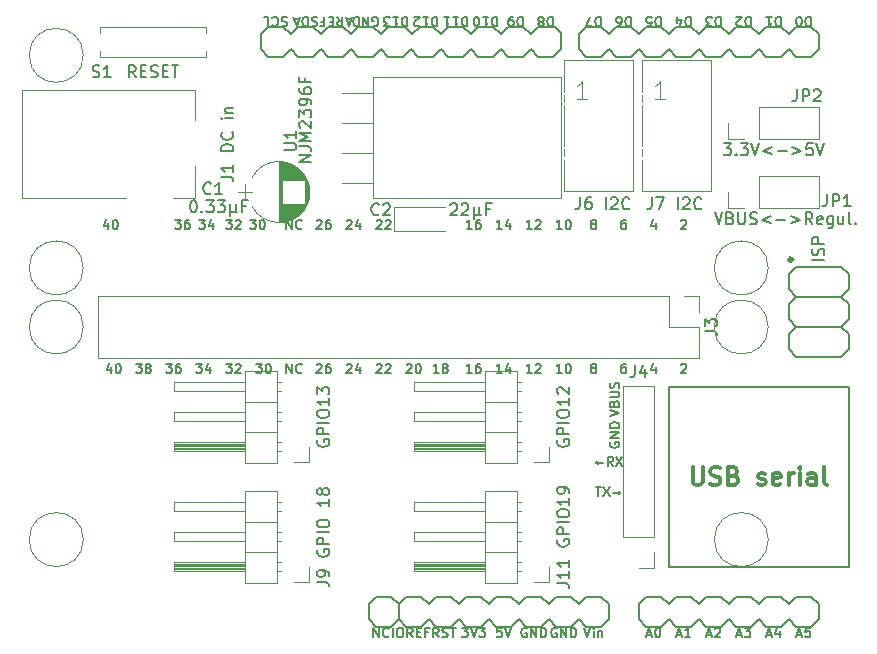
<source format=gbr>
G04 #@! TF.FileFunction,Legend,Top*
%FSLAX46Y46*%
G04 Gerber Fmt 4.6, Leading zero omitted, Abs format (unit mm)*
G04 Created by KiCad (PCBNEW 4.0.7) date 2017 October 09, Monday 22:10:02*
%MOMM*%
%LPD*%
G01*
G04 APERTURE LIST*
%ADD10C,0.100000*%
%ADD11C,0.200000*%
%ADD12C,0.300000*%
%ADD13C,0.150000*%
%ADD14C,0.120000*%
G04 APERTURE END LIST*
D10*
D11*
X195745238Y-78301905D02*
X196202381Y-78301905D01*
X195973810Y-79101905D02*
X195973810Y-78301905D01*
X196392858Y-78301905D02*
X196926191Y-79101905D01*
X196926191Y-78301905D02*
X196392858Y-79101905D01*
X197230953Y-78797143D02*
X197840477Y-78797143D01*
X197688096Y-78949524D02*
X197840477Y-78797143D01*
X197688096Y-78644762D01*
X196373810Y-76257143D02*
X195764286Y-76257143D01*
X195916667Y-76409524D02*
X195764286Y-76257143D01*
X195916667Y-76104762D01*
X197211905Y-76561905D02*
X196945238Y-76180952D01*
X196754762Y-76561905D02*
X196754762Y-75761905D01*
X197059524Y-75761905D01*
X197135715Y-75800000D01*
X197173810Y-75838095D01*
X197211905Y-75914286D01*
X197211905Y-76028571D01*
X197173810Y-76104762D01*
X197135715Y-76142857D01*
X197059524Y-76180952D01*
X196754762Y-76180952D01*
X197478572Y-75761905D02*
X198011905Y-76561905D01*
X198011905Y-75761905D02*
X197478572Y-76561905D01*
X196958000Y-74523523D02*
X196919905Y-74599714D01*
X196919905Y-74713999D01*
X196958000Y-74828285D01*
X197034190Y-74904476D01*
X197110381Y-74942571D01*
X197262762Y-74980666D01*
X197377048Y-74980666D01*
X197529429Y-74942571D01*
X197605619Y-74904476D01*
X197681810Y-74828285D01*
X197719905Y-74713999D01*
X197719905Y-74637809D01*
X197681810Y-74523523D01*
X197643714Y-74485428D01*
X197377048Y-74485428D01*
X197377048Y-74637809D01*
X197719905Y-74142571D02*
X196919905Y-74142571D01*
X197719905Y-73685428D01*
X196919905Y-73685428D01*
X197719905Y-73304476D02*
X196919905Y-73304476D01*
X196919905Y-73114000D01*
X196958000Y-72999714D01*
X197034190Y-72923523D01*
X197110381Y-72885428D01*
X197262762Y-72847333D01*
X197377048Y-72847333D01*
X197529429Y-72885428D01*
X197605619Y-72923523D01*
X197681810Y-72999714D01*
X197719905Y-73114000D01*
X197719905Y-73304476D01*
X196919905Y-72332667D02*
X197719905Y-72066000D01*
X196919905Y-71799333D01*
X197300857Y-71266000D02*
X197338952Y-71151714D01*
X197377048Y-71113619D01*
X197453238Y-71075524D01*
X197567524Y-71075524D01*
X197643714Y-71113619D01*
X197681810Y-71151714D01*
X197719905Y-71227905D01*
X197719905Y-71532667D01*
X196919905Y-71532667D01*
X196919905Y-71266000D01*
X196958000Y-71189810D01*
X196996095Y-71151714D01*
X197072286Y-71113619D01*
X197148476Y-71113619D01*
X197224667Y-71151714D01*
X197262762Y-71189810D01*
X197300857Y-71266000D01*
X197300857Y-71532667D01*
X196919905Y-70732667D02*
X197567524Y-70732667D01*
X197643714Y-70694572D01*
X197681810Y-70656476D01*
X197719905Y-70580286D01*
X197719905Y-70427905D01*
X197681810Y-70351714D01*
X197643714Y-70313619D01*
X197567524Y-70275524D01*
X196919905Y-70275524D01*
X197681810Y-69932667D02*
X197719905Y-69818381D01*
X197719905Y-69627905D01*
X197681810Y-69551715D01*
X197643714Y-69513619D01*
X197567524Y-69475524D01*
X197491333Y-69475524D01*
X197415143Y-69513619D01*
X197377048Y-69551715D01*
X197338952Y-69627905D01*
X197300857Y-69780286D01*
X197262762Y-69856477D01*
X197224667Y-69894572D01*
X197148476Y-69932667D01*
X197072286Y-69932667D01*
X196996095Y-69894572D01*
X196958000Y-69856477D01*
X196919905Y-69780286D01*
X196919905Y-69589810D01*
X196958000Y-69475524D01*
X160134381Y-55695905D02*
X160629619Y-55695905D01*
X160362952Y-56000667D01*
X160477238Y-56000667D01*
X160553428Y-56038762D01*
X160591524Y-56076857D01*
X160629619Y-56153048D01*
X160629619Y-56343524D01*
X160591524Y-56419714D01*
X160553428Y-56457810D01*
X160477238Y-56495905D01*
X160248666Y-56495905D01*
X160172476Y-56457810D01*
X160134381Y-56419714D01*
X161315333Y-55695905D02*
X161162952Y-55695905D01*
X161086762Y-55734000D01*
X161048667Y-55772095D01*
X160972476Y-55886381D01*
X160934381Y-56038762D01*
X160934381Y-56343524D01*
X160972476Y-56419714D01*
X161010571Y-56457810D01*
X161086762Y-56495905D01*
X161239143Y-56495905D01*
X161315333Y-56457810D01*
X161353429Y-56419714D01*
X161391524Y-56343524D01*
X161391524Y-56153048D01*
X161353429Y-56076857D01*
X161315333Y-56038762D01*
X161239143Y-56000667D01*
X161086762Y-56000667D01*
X161010571Y-56038762D01*
X160972476Y-56076857D01*
X160934381Y-56153048D01*
X162166381Y-55695905D02*
X162661619Y-55695905D01*
X162394952Y-56000667D01*
X162509238Y-56000667D01*
X162585428Y-56038762D01*
X162623524Y-56076857D01*
X162661619Y-56153048D01*
X162661619Y-56343524D01*
X162623524Y-56419714D01*
X162585428Y-56457810D01*
X162509238Y-56495905D01*
X162280666Y-56495905D01*
X162204476Y-56457810D01*
X162166381Y-56419714D01*
X163347333Y-55962571D02*
X163347333Y-56495905D01*
X163156857Y-55657810D02*
X162966381Y-56229238D01*
X163461619Y-56229238D01*
X164452381Y-55695905D02*
X164947619Y-55695905D01*
X164680952Y-56000667D01*
X164795238Y-56000667D01*
X164871428Y-56038762D01*
X164909524Y-56076857D01*
X164947619Y-56153048D01*
X164947619Y-56343524D01*
X164909524Y-56419714D01*
X164871428Y-56457810D01*
X164795238Y-56495905D01*
X164566666Y-56495905D01*
X164490476Y-56457810D01*
X164452381Y-56419714D01*
X165252381Y-55772095D02*
X165290476Y-55734000D01*
X165366667Y-55695905D01*
X165557143Y-55695905D01*
X165633333Y-55734000D01*
X165671429Y-55772095D01*
X165709524Y-55848286D01*
X165709524Y-55924476D01*
X165671429Y-56038762D01*
X165214286Y-56495905D01*
X165709524Y-56495905D01*
X166484381Y-55695905D02*
X166979619Y-55695905D01*
X166712952Y-56000667D01*
X166827238Y-56000667D01*
X166903428Y-56038762D01*
X166941524Y-56076857D01*
X166979619Y-56153048D01*
X166979619Y-56343524D01*
X166941524Y-56419714D01*
X166903428Y-56457810D01*
X166827238Y-56495905D01*
X166598666Y-56495905D01*
X166522476Y-56457810D01*
X166484381Y-56419714D01*
X167474857Y-55695905D02*
X167551048Y-55695905D01*
X167627238Y-55734000D01*
X167665333Y-55772095D01*
X167703429Y-55848286D01*
X167741524Y-56000667D01*
X167741524Y-56191143D01*
X167703429Y-56343524D01*
X167665333Y-56419714D01*
X167627238Y-56457810D01*
X167551048Y-56495905D01*
X167474857Y-56495905D01*
X167398667Y-56457810D01*
X167360571Y-56419714D01*
X167322476Y-56343524D01*
X167284381Y-56191143D01*
X167284381Y-56000667D01*
X167322476Y-55848286D01*
X167360571Y-55772095D01*
X167398667Y-55734000D01*
X167474857Y-55695905D01*
X172110476Y-55772095D02*
X172148571Y-55734000D01*
X172224762Y-55695905D01*
X172415238Y-55695905D01*
X172491428Y-55734000D01*
X172529524Y-55772095D01*
X172567619Y-55848286D01*
X172567619Y-55924476D01*
X172529524Y-56038762D01*
X172072381Y-56495905D01*
X172567619Y-56495905D01*
X173253333Y-55695905D02*
X173100952Y-55695905D01*
X173024762Y-55734000D01*
X172986667Y-55772095D01*
X172910476Y-55886381D01*
X172872381Y-56038762D01*
X172872381Y-56343524D01*
X172910476Y-56419714D01*
X172948571Y-56457810D01*
X173024762Y-56495905D01*
X173177143Y-56495905D01*
X173253333Y-56457810D01*
X173291429Y-56419714D01*
X173329524Y-56343524D01*
X173329524Y-56153048D01*
X173291429Y-56076857D01*
X173253333Y-56038762D01*
X173177143Y-56000667D01*
X173024762Y-56000667D01*
X172948571Y-56038762D01*
X172910476Y-56076857D01*
X172872381Y-56153048D01*
X174650476Y-55772095D02*
X174688571Y-55734000D01*
X174764762Y-55695905D01*
X174955238Y-55695905D01*
X175031428Y-55734000D01*
X175069524Y-55772095D01*
X175107619Y-55848286D01*
X175107619Y-55924476D01*
X175069524Y-56038762D01*
X174612381Y-56495905D01*
X175107619Y-56495905D01*
X175793333Y-55962571D02*
X175793333Y-56495905D01*
X175602857Y-55657810D02*
X175412381Y-56229238D01*
X175907619Y-56229238D01*
X177190476Y-55772095D02*
X177228571Y-55734000D01*
X177304762Y-55695905D01*
X177495238Y-55695905D01*
X177571428Y-55734000D01*
X177609524Y-55772095D01*
X177647619Y-55848286D01*
X177647619Y-55924476D01*
X177609524Y-56038762D01*
X177152381Y-56495905D01*
X177647619Y-56495905D01*
X177952381Y-55772095D02*
X177990476Y-55734000D01*
X178066667Y-55695905D01*
X178257143Y-55695905D01*
X178333333Y-55734000D01*
X178371429Y-55772095D01*
X178409524Y-55848286D01*
X178409524Y-55924476D01*
X178371429Y-56038762D01*
X177914286Y-56495905D01*
X178409524Y-56495905D01*
X185267619Y-56495905D02*
X184810476Y-56495905D01*
X185039047Y-56495905D02*
X185039047Y-55695905D01*
X184962857Y-55810190D01*
X184886666Y-55886381D01*
X184810476Y-55924476D01*
X185953333Y-55695905D02*
X185800952Y-55695905D01*
X185724762Y-55734000D01*
X185686667Y-55772095D01*
X185610476Y-55886381D01*
X185572381Y-56038762D01*
X185572381Y-56343524D01*
X185610476Y-56419714D01*
X185648571Y-56457810D01*
X185724762Y-56495905D01*
X185877143Y-56495905D01*
X185953333Y-56457810D01*
X185991429Y-56419714D01*
X186029524Y-56343524D01*
X186029524Y-56153048D01*
X185991429Y-56076857D01*
X185953333Y-56038762D01*
X185877143Y-56000667D01*
X185724762Y-56000667D01*
X185648571Y-56038762D01*
X185610476Y-56076857D01*
X185572381Y-56153048D01*
X187807619Y-56495905D02*
X187350476Y-56495905D01*
X187579047Y-56495905D02*
X187579047Y-55695905D01*
X187502857Y-55810190D01*
X187426666Y-55886381D01*
X187350476Y-55924476D01*
X188493333Y-55962571D02*
X188493333Y-56495905D01*
X188302857Y-55657810D02*
X188112381Y-56229238D01*
X188607619Y-56229238D01*
X190347619Y-56495905D02*
X189890476Y-56495905D01*
X190119047Y-56495905D02*
X190119047Y-55695905D01*
X190042857Y-55810190D01*
X189966666Y-55886381D01*
X189890476Y-55924476D01*
X190652381Y-55772095D02*
X190690476Y-55734000D01*
X190766667Y-55695905D01*
X190957143Y-55695905D01*
X191033333Y-55734000D01*
X191071429Y-55772095D01*
X191109524Y-55848286D01*
X191109524Y-55924476D01*
X191071429Y-56038762D01*
X190614286Y-56495905D01*
X191109524Y-56495905D01*
X192887619Y-56495905D02*
X192430476Y-56495905D01*
X192659047Y-56495905D02*
X192659047Y-55695905D01*
X192582857Y-55810190D01*
X192506666Y-55886381D01*
X192430476Y-55924476D01*
X193382857Y-55695905D02*
X193459048Y-55695905D01*
X193535238Y-55734000D01*
X193573333Y-55772095D01*
X193611429Y-55848286D01*
X193649524Y-56000667D01*
X193649524Y-56191143D01*
X193611429Y-56343524D01*
X193573333Y-56419714D01*
X193535238Y-56457810D01*
X193459048Y-56495905D01*
X193382857Y-56495905D01*
X193306667Y-56457810D01*
X193268571Y-56419714D01*
X193230476Y-56343524D01*
X193192381Y-56191143D01*
X193192381Y-56000667D01*
X193230476Y-55848286D01*
X193268571Y-55772095D01*
X193306667Y-55734000D01*
X193382857Y-55695905D01*
X195503810Y-56038762D02*
X195427619Y-56000667D01*
X195389524Y-55962571D01*
X195351429Y-55886381D01*
X195351429Y-55848286D01*
X195389524Y-55772095D01*
X195427619Y-55734000D01*
X195503810Y-55695905D01*
X195656191Y-55695905D01*
X195732381Y-55734000D01*
X195770477Y-55772095D01*
X195808572Y-55848286D01*
X195808572Y-55886381D01*
X195770477Y-55962571D01*
X195732381Y-56000667D01*
X195656191Y-56038762D01*
X195503810Y-56038762D01*
X195427619Y-56076857D01*
X195389524Y-56114952D01*
X195351429Y-56191143D01*
X195351429Y-56343524D01*
X195389524Y-56419714D01*
X195427619Y-56457810D01*
X195503810Y-56495905D01*
X195656191Y-56495905D01*
X195732381Y-56457810D01*
X195770477Y-56419714D01*
X195808572Y-56343524D01*
X195808572Y-56191143D01*
X195770477Y-56114952D01*
X195732381Y-56076857D01*
X195656191Y-56038762D01*
X198272381Y-55695905D02*
X198120000Y-55695905D01*
X198043810Y-55734000D01*
X198005715Y-55772095D01*
X197929524Y-55886381D01*
X197891429Y-56038762D01*
X197891429Y-56343524D01*
X197929524Y-56419714D01*
X197967619Y-56457810D01*
X198043810Y-56495905D01*
X198196191Y-56495905D01*
X198272381Y-56457810D01*
X198310477Y-56419714D01*
X198348572Y-56343524D01*
X198348572Y-56153048D01*
X198310477Y-56076857D01*
X198272381Y-56038762D01*
X198196191Y-56000667D01*
X198043810Y-56000667D01*
X197967619Y-56038762D01*
X197929524Y-56076857D01*
X197891429Y-56153048D01*
X200812381Y-55962571D02*
X200812381Y-56495905D01*
X200621905Y-55657810D02*
X200431429Y-56229238D01*
X200926667Y-56229238D01*
X156832381Y-67887905D02*
X157327619Y-67887905D01*
X157060952Y-68192667D01*
X157175238Y-68192667D01*
X157251428Y-68230762D01*
X157289524Y-68268857D01*
X157327619Y-68345048D01*
X157327619Y-68535524D01*
X157289524Y-68611714D01*
X157251428Y-68649810D01*
X157175238Y-68687905D01*
X156946666Y-68687905D01*
X156870476Y-68649810D01*
X156832381Y-68611714D01*
X157784762Y-68230762D02*
X157708571Y-68192667D01*
X157670476Y-68154571D01*
X157632381Y-68078381D01*
X157632381Y-68040286D01*
X157670476Y-67964095D01*
X157708571Y-67926000D01*
X157784762Y-67887905D01*
X157937143Y-67887905D01*
X158013333Y-67926000D01*
X158051429Y-67964095D01*
X158089524Y-68040286D01*
X158089524Y-68078381D01*
X158051429Y-68154571D01*
X158013333Y-68192667D01*
X157937143Y-68230762D01*
X157784762Y-68230762D01*
X157708571Y-68268857D01*
X157670476Y-68306952D01*
X157632381Y-68383143D01*
X157632381Y-68535524D01*
X157670476Y-68611714D01*
X157708571Y-68649810D01*
X157784762Y-68687905D01*
X157937143Y-68687905D01*
X158013333Y-68649810D01*
X158051429Y-68611714D01*
X158089524Y-68535524D01*
X158089524Y-68383143D01*
X158051429Y-68306952D01*
X158013333Y-68268857D01*
X157937143Y-68230762D01*
X159372381Y-67887905D02*
X159867619Y-67887905D01*
X159600952Y-68192667D01*
X159715238Y-68192667D01*
X159791428Y-68230762D01*
X159829524Y-68268857D01*
X159867619Y-68345048D01*
X159867619Y-68535524D01*
X159829524Y-68611714D01*
X159791428Y-68649810D01*
X159715238Y-68687905D01*
X159486666Y-68687905D01*
X159410476Y-68649810D01*
X159372381Y-68611714D01*
X160553333Y-67887905D02*
X160400952Y-67887905D01*
X160324762Y-67926000D01*
X160286667Y-67964095D01*
X160210476Y-68078381D01*
X160172381Y-68230762D01*
X160172381Y-68535524D01*
X160210476Y-68611714D01*
X160248571Y-68649810D01*
X160324762Y-68687905D01*
X160477143Y-68687905D01*
X160553333Y-68649810D01*
X160591429Y-68611714D01*
X160629524Y-68535524D01*
X160629524Y-68345048D01*
X160591429Y-68268857D01*
X160553333Y-68230762D01*
X160477143Y-68192667D01*
X160324762Y-68192667D01*
X160248571Y-68230762D01*
X160210476Y-68268857D01*
X160172381Y-68345048D01*
X161912381Y-67887905D02*
X162407619Y-67887905D01*
X162140952Y-68192667D01*
X162255238Y-68192667D01*
X162331428Y-68230762D01*
X162369524Y-68268857D01*
X162407619Y-68345048D01*
X162407619Y-68535524D01*
X162369524Y-68611714D01*
X162331428Y-68649810D01*
X162255238Y-68687905D01*
X162026666Y-68687905D01*
X161950476Y-68649810D01*
X161912381Y-68611714D01*
X163093333Y-68154571D02*
X163093333Y-68687905D01*
X162902857Y-67849810D02*
X162712381Y-68421238D01*
X163207619Y-68421238D01*
X164452381Y-67887905D02*
X164947619Y-67887905D01*
X164680952Y-68192667D01*
X164795238Y-68192667D01*
X164871428Y-68230762D01*
X164909524Y-68268857D01*
X164947619Y-68345048D01*
X164947619Y-68535524D01*
X164909524Y-68611714D01*
X164871428Y-68649810D01*
X164795238Y-68687905D01*
X164566666Y-68687905D01*
X164490476Y-68649810D01*
X164452381Y-68611714D01*
X165252381Y-67964095D02*
X165290476Y-67926000D01*
X165366667Y-67887905D01*
X165557143Y-67887905D01*
X165633333Y-67926000D01*
X165671429Y-67964095D01*
X165709524Y-68040286D01*
X165709524Y-68116476D01*
X165671429Y-68230762D01*
X165214286Y-68687905D01*
X165709524Y-68687905D01*
X166992381Y-67887905D02*
X167487619Y-67887905D01*
X167220952Y-68192667D01*
X167335238Y-68192667D01*
X167411428Y-68230762D01*
X167449524Y-68268857D01*
X167487619Y-68345048D01*
X167487619Y-68535524D01*
X167449524Y-68611714D01*
X167411428Y-68649810D01*
X167335238Y-68687905D01*
X167106666Y-68687905D01*
X167030476Y-68649810D01*
X166992381Y-68611714D01*
X167982857Y-67887905D02*
X168059048Y-67887905D01*
X168135238Y-67926000D01*
X168173333Y-67964095D01*
X168211429Y-68040286D01*
X168249524Y-68192667D01*
X168249524Y-68383143D01*
X168211429Y-68535524D01*
X168173333Y-68611714D01*
X168135238Y-68649810D01*
X168059048Y-68687905D01*
X167982857Y-68687905D01*
X167906667Y-68649810D01*
X167868571Y-68611714D01*
X167830476Y-68535524D01*
X167792381Y-68383143D01*
X167792381Y-68192667D01*
X167830476Y-68040286D01*
X167868571Y-67964095D01*
X167906667Y-67926000D01*
X167982857Y-67887905D01*
X172110476Y-67964095D02*
X172148571Y-67926000D01*
X172224762Y-67887905D01*
X172415238Y-67887905D01*
X172491428Y-67926000D01*
X172529524Y-67964095D01*
X172567619Y-68040286D01*
X172567619Y-68116476D01*
X172529524Y-68230762D01*
X172072381Y-68687905D01*
X172567619Y-68687905D01*
X173253333Y-67887905D02*
X173100952Y-67887905D01*
X173024762Y-67926000D01*
X172986667Y-67964095D01*
X172910476Y-68078381D01*
X172872381Y-68230762D01*
X172872381Y-68535524D01*
X172910476Y-68611714D01*
X172948571Y-68649810D01*
X173024762Y-68687905D01*
X173177143Y-68687905D01*
X173253333Y-68649810D01*
X173291429Y-68611714D01*
X173329524Y-68535524D01*
X173329524Y-68345048D01*
X173291429Y-68268857D01*
X173253333Y-68230762D01*
X173177143Y-68192667D01*
X173024762Y-68192667D01*
X172948571Y-68230762D01*
X172910476Y-68268857D01*
X172872381Y-68345048D01*
X174650476Y-67964095D02*
X174688571Y-67926000D01*
X174764762Y-67887905D01*
X174955238Y-67887905D01*
X175031428Y-67926000D01*
X175069524Y-67964095D01*
X175107619Y-68040286D01*
X175107619Y-68116476D01*
X175069524Y-68230762D01*
X174612381Y-68687905D01*
X175107619Y-68687905D01*
X175793333Y-68154571D02*
X175793333Y-68687905D01*
X175602857Y-67849810D02*
X175412381Y-68421238D01*
X175907619Y-68421238D01*
X177190476Y-67964095D02*
X177228571Y-67926000D01*
X177304762Y-67887905D01*
X177495238Y-67887905D01*
X177571428Y-67926000D01*
X177609524Y-67964095D01*
X177647619Y-68040286D01*
X177647619Y-68116476D01*
X177609524Y-68230762D01*
X177152381Y-68687905D01*
X177647619Y-68687905D01*
X177952381Y-67964095D02*
X177990476Y-67926000D01*
X178066667Y-67887905D01*
X178257143Y-67887905D01*
X178333333Y-67926000D01*
X178371429Y-67964095D01*
X178409524Y-68040286D01*
X178409524Y-68116476D01*
X178371429Y-68230762D01*
X177914286Y-68687905D01*
X178409524Y-68687905D01*
X179730476Y-67964095D02*
X179768571Y-67926000D01*
X179844762Y-67887905D01*
X180035238Y-67887905D01*
X180111428Y-67926000D01*
X180149524Y-67964095D01*
X180187619Y-68040286D01*
X180187619Y-68116476D01*
X180149524Y-68230762D01*
X179692381Y-68687905D01*
X180187619Y-68687905D01*
X180682857Y-67887905D02*
X180759048Y-67887905D01*
X180835238Y-67926000D01*
X180873333Y-67964095D01*
X180911429Y-68040286D01*
X180949524Y-68192667D01*
X180949524Y-68383143D01*
X180911429Y-68535524D01*
X180873333Y-68611714D01*
X180835238Y-68649810D01*
X180759048Y-68687905D01*
X180682857Y-68687905D01*
X180606667Y-68649810D01*
X180568571Y-68611714D01*
X180530476Y-68535524D01*
X180492381Y-68383143D01*
X180492381Y-68192667D01*
X180530476Y-68040286D01*
X180568571Y-67964095D01*
X180606667Y-67926000D01*
X180682857Y-67887905D01*
X182473619Y-68687905D02*
X182016476Y-68687905D01*
X182245047Y-68687905D02*
X182245047Y-67887905D01*
X182168857Y-68002190D01*
X182092666Y-68078381D01*
X182016476Y-68116476D01*
X182930762Y-68230762D02*
X182854571Y-68192667D01*
X182816476Y-68154571D01*
X182778381Y-68078381D01*
X182778381Y-68040286D01*
X182816476Y-67964095D01*
X182854571Y-67926000D01*
X182930762Y-67887905D01*
X183083143Y-67887905D01*
X183159333Y-67926000D01*
X183197429Y-67964095D01*
X183235524Y-68040286D01*
X183235524Y-68078381D01*
X183197429Y-68154571D01*
X183159333Y-68192667D01*
X183083143Y-68230762D01*
X182930762Y-68230762D01*
X182854571Y-68268857D01*
X182816476Y-68306952D01*
X182778381Y-68383143D01*
X182778381Y-68535524D01*
X182816476Y-68611714D01*
X182854571Y-68649810D01*
X182930762Y-68687905D01*
X183083143Y-68687905D01*
X183159333Y-68649810D01*
X183197429Y-68611714D01*
X183235524Y-68535524D01*
X183235524Y-68383143D01*
X183197429Y-68306952D01*
X183159333Y-68268857D01*
X183083143Y-68230762D01*
X185267619Y-68687905D02*
X184810476Y-68687905D01*
X185039047Y-68687905D02*
X185039047Y-67887905D01*
X184962857Y-68002190D01*
X184886666Y-68078381D01*
X184810476Y-68116476D01*
X185953333Y-67887905D02*
X185800952Y-67887905D01*
X185724762Y-67926000D01*
X185686667Y-67964095D01*
X185610476Y-68078381D01*
X185572381Y-68230762D01*
X185572381Y-68535524D01*
X185610476Y-68611714D01*
X185648571Y-68649810D01*
X185724762Y-68687905D01*
X185877143Y-68687905D01*
X185953333Y-68649810D01*
X185991429Y-68611714D01*
X186029524Y-68535524D01*
X186029524Y-68345048D01*
X185991429Y-68268857D01*
X185953333Y-68230762D01*
X185877143Y-68192667D01*
X185724762Y-68192667D01*
X185648571Y-68230762D01*
X185610476Y-68268857D01*
X185572381Y-68345048D01*
X187807619Y-68687905D02*
X187350476Y-68687905D01*
X187579047Y-68687905D02*
X187579047Y-67887905D01*
X187502857Y-68002190D01*
X187426666Y-68078381D01*
X187350476Y-68116476D01*
X188493333Y-68154571D02*
X188493333Y-68687905D01*
X188302857Y-67849810D02*
X188112381Y-68421238D01*
X188607619Y-68421238D01*
X192887619Y-68687905D02*
X192430476Y-68687905D01*
X192659047Y-68687905D02*
X192659047Y-67887905D01*
X192582857Y-68002190D01*
X192506666Y-68078381D01*
X192430476Y-68116476D01*
X193382857Y-67887905D02*
X193459048Y-67887905D01*
X193535238Y-67926000D01*
X193573333Y-67964095D01*
X193611429Y-68040286D01*
X193649524Y-68192667D01*
X193649524Y-68383143D01*
X193611429Y-68535524D01*
X193573333Y-68611714D01*
X193535238Y-68649810D01*
X193459048Y-68687905D01*
X193382857Y-68687905D01*
X193306667Y-68649810D01*
X193268571Y-68611714D01*
X193230476Y-68535524D01*
X193192381Y-68383143D01*
X193192381Y-68192667D01*
X193230476Y-68040286D01*
X193268571Y-67964095D01*
X193306667Y-67926000D01*
X193382857Y-67887905D01*
X190347619Y-68687905D02*
X189890476Y-68687905D01*
X190119047Y-68687905D02*
X190119047Y-67887905D01*
X190042857Y-68002190D01*
X189966666Y-68078381D01*
X189890476Y-68116476D01*
X190652381Y-67964095D02*
X190690476Y-67926000D01*
X190766667Y-67887905D01*
X190957143Y-67887905D01*
X191033333Y-67926000D01*
X191071429Y-67964095D01*
X191109524Y-68040286D01*
X191109524Y-68116476D01*
X191071429Y-68230762D01*
X190614286Y-68687905D01*
X191109524Y-68687905D01*
X195503810Y-68230762D02*
X195427619Y-68192667D01*
X195389524Y-68154571D01*
X195351429Y-68078381D01*
X195351429Y-68040286D01*
X195389524Y-67964095D01*
X195427619Y-67926000D01*
X195503810Y-67887905D01*
X195656191Y-67887905D01*
X195732381Y-67926000D01*
X195770477Y-67964095D01*
X195808572Y-68040286D01*
X195808572Y-68078381D01*
X195770477Y-68154571D01*
X195732381Y-68192667D01*
X195656191Y-68230762D01*
X195503810Y-68230762D01*
X195427619Y-68268857D01*
X195389524Y-68306952D01*
X195351429Y-68383143D01*
X195351429Y-68535524D01*
X195389524Y-68611714D01*
X195427619Y-68649810D01*
X195503810Y-68687905D01*
X195656191Y-68687905D01*
X195732381Y-68649810D01*
X195770477Y-68611714D01*
X195808572Y-68535524D01*
X195808572Y-68383143D01*
X195770477Y-68306952D01*
X195732381Y-68268857D01*
X195656191Y-68230762D01*
X198272381Y-67887905D02*
X198120000Y-67887905D01*
X198043810Y-67926000D01*
X198005715Y-67964095D01*
X197929524Y-68078381D01*
X197891429Y-68230762D01*
X197891429Y-68535524D01*
X197929524Y-68611714D01*
X197967619Y-68649810D01*
X198043810Y-68687905D01*
X198196191Y-68687905D01*
X198272381Y-68649810D01*
X198310477Y-68611714D01*
X198348572Y-68535524D01*
X198348572Y-68345048D01*
X198310477Y-68268857D01*
X198272381Y-68230762D01*
X198196191Y-68192667D01*
X198043810Y-68192667D01*
X197967619Y-68230762D01*
X197929524Y-68268857D01*
X197891429Y-68345048D01*
X200812381Y-68154571D02*
X200812381Y-68687905D01*
X200621905Y-67849810D02*
X200431429Y-68421238D01*
X200926667Y-68421238D01*
X154457428Y-55962571D02*
X154457428Y-56495905D01*
X154266952Y-55657810D02*
X154076476Y-56229238D01*
X154571714Y-56229238D01*
X155028857Y-55695905D02*
X155105048Y-55695905D01*
X155181238Y-55734000D01*
X155219333Y-55772095D01*
X155257429Y-55848286D01*
X155295524Y-56000667D01*
X155295524Y-56191143D01*
X155257429Y-56343524D01*
X155219333Y-56419714D01*
X155181238Y-56457810D01*
X155105048Y-56495905D01*
X155028857Y-56495905D01*
X154952667Y-56457810D01*
X154914571Y-56419714D01*
X154876476Y-56343524D01*
X154838381Y-56191143D01*
X154838381Y-56000667D01*
X154876476Y-55848286D01*
X154914571Y-55772095D01*
X154952667Y-55734000D01*
X155028857Y-55695905D01*
X169551429Y-56495905D02*
X169551429Y-55695905D01*
X170008572Y-56495905D01*
X170008572Y-55695905D01*
X170846667Y-56419714D02*
X170808572Y-56457810D01*
X170694286Y-56495905D01*
X170618096Y-56495905D01*
X170503810Y-56457810D01*
X170427619Y-56381619D01*
X170389524Y-56305429D01*
X170351429Y-56153048D01*
X170351429Y-56038762D01*
X170389524Y-55886381D01*
X170427619Y-55810190D01*
X170503810Y-55734000D01*
X170618096Y-55695905D01*
X170694286Y-55695905D01*
X170808572Y-55734000D01*
X170846667Y-55772095D01*
X169551429Y-68687905D02*
X169551429Y-67887905D01*
X170008572Y-68687905D01*
X170008572Y-67887905D01*
X170846667Y-68611714D02*
X170808572Y-68649810D01*
X170694286Y-68687905D01*
X170618096Y-68687905D01*
X170503810Y-68649810D01*
X170427619Y-68573619D01*
X170389524Y-68497429D01*
X170351429Y-68345048D01*
X170351429Y-68230762D01*
X170389524Y-68078381D01*
X170427619Y-68002190D01*
X170503810Y-67926000D01*
X170618096Y-67887905D01*
X170694286Y-67887905D01*
X170808572Y-67926000D01*
X170846667Y-67964095D01*
X154711428Y-68154571D02*
X154711428Y-68687905D01*
X154520952Y-67849810D02*
X154330476Y-68421238D01*
X154825714Y-68421238D01*
X155282857Y-67887905D02*
X155359048Y-67887905D01*
X155435238Y-67926000D01*
X155473333Y-67964095D01*
X155511429Y-68040286D01*
X155549524Y-68192667D01*
X155549524Y-68383143D01*
X155511429Y-68535524D01*
X155473333Y-68611714D01*
X155435238Y-68649810D01*
X155359048Y-68687905D01*
X155282857Y-68687905D01*
X155206667Y-68649810D01*
X155168571Y-68611714D01*
X155130476Y-68535524D01*
X155092381Y-68383143D01*
X155092381Y-68192667D01*
X155130476Y-68040286D01*
X155168571Y-67964095D01*
X155206667Y-67926000D01*
X155282857Y-67887905D01*
X202971429Y-55772095D02*
X203009524Y-55734000D01*
X203085715Y-55695905D01*
X203276191Y-55695905D01*
X203352381Y-55734000D01*
X203390477Y-55772095D01*
X203428572Y-55848286D01*
X203428572Y-55924476D01*
X203390477Y-56038762D01*
X202933334Y-56495905D01*
X203428572Y-56495905D01*
X202971429Y-67964095D02*
X203009524Y-67926000D01*
X203085715Y-67887905D01*
X203276191Y-67887905D01*
X203352381Y-67926000D01*
X203390477Y-67964095D01*
X203428572Y-68040286D01*
X203428572Y-68116476D01*
X203390477Y-68230762D01*
X202933334Y-68687905D01*
X203428572Y-68687905D01*
X213950476Y-38500095D02*
X213950476Y-39300095D01*
X213760000Y-39300095D01*
X213645714Y-39262000D01*
X213569523Y-39185810D01*
X213531428Y-39109619D01*
X213493333Y-38957238D01*
X213493333Y-38842952D01*
X213531428Y-38690571D01*
X213569523Y-38614381D01*
X213645714Y-38538190D01*
X213760000Y-38500095D01*
X213950476Y-38500095D01*
X212998095Y-39300095D02*
X212921904Y-39300095D01*
X212845714Y-39262000D01*
X212807619Y-39223905D01*
X212769523Y-39147714D01*
X212731428Y-38995333D01*
X212731428Y-38804857D01*
X212769523Y-38652476D01*
X212807619Y-38576286D01*
X212845714Y-38538190D01*
X212921904Y-38500095D01*
X212998095Y-38500095D01*
X213074285Y-38538190D01*
X213112381Y-38576286D01*
X213150476Y-38652476D01*
X213188571Y-38804857D01*
X213188571Y-38995333D01*
X213150476Y-39147714D01*
X213112381Y-39223905D01*
X213074285Y-39262000D01*
X212998095Y-39300095D01*
X211410476Y-38500095D02*
X211410476Y-39300095D01*
X211220000Y-39300095D01*
X211105714Y-39262000D01*
X211029523Y-39185810D01*
X210991428Y-39109619D01*
X210953333Y-38957238D01*
X210953333Y-38842952D01*
X210991428Y-38690571D01*
X211029523Y-38614381D01*
X211105714Y-38538190D01*
X211220000Y-38500095D01*
X211410476Y-38500095D01*
X210191428Y-38500095D02*
X210648571Y-38500095D01*
X210420000Y-38500095D02*
X210420000Y-39300095D01*
X210496190Y-39185810D01*
X210572381Y-39109619D01*
X210648571Y-39071524D01*
X208870476Y-38500095D02*
X208870476Y-39300095D01*
X208680000Y-39300095D01*
X208565714Y-39262000D01*
X208489523Y-39185810D01*
X208451428Y-39109619D01*
X208413333Y-38957238D01*
X208413333Y-38842952D01*
X208451428Y-38690571D01*
X208489523Y-38614381D01*
X208565714Y-38538190D01*
X208680000Y-38500095D01*
X208870476Y-38500095D01*
X208108571Y-39223905D02*
X208070476Y-39262000D01*
X207994285Y-39300095D01*
X207803809Y-39300095D01*
X207727619Y-39262000D01*
X207689523Y-39223905D01*
X207651428Y-39147714D01*
X207651428Y-39071524D01*
X207689523Y-38957238D01*
X208146666Y-38500095D01*
X207651428Y-38500095D01*
X206330476Y-38500095D02*
X206330476Y-39300095D01*
X206140000Y-39300095D01*
X206025714Y-39262000D01*
X205949523Y-39185810D01*
X205911428Y-39109619D01*
X205873333Y-38957238D01*
X205873333Y-38842952D01*
X205911428Y-38690571D01*
X205949523Y-38614381D01*
X206025714Y-38538190D01*
X206140000Y-38500095D01*
X206330476Y-38500095D01*
X205606666Y-39300095D02*
X205111428Y-39300095D01*
X205378095Y-38995333D01*
X205263809Y-38995333D01*
X205187619Y-38957238D01*
X205149523Y-38919143D01*
X205111428Y-38842952D01*
X205111428Y-38652476D01*
X205149523Y-38576286D01*
X205187619Y-38538190D01*
X205263809Y-38500095D01*
X205492381Y-38500095D01*
X205568571Y-38538190D01*
X205606666Y-38576286D01*
X203790476Y-38500095D02*
X203790476Y-39300095D01*
X203600000Y-39300095D01*
X203485714Y-39262000D01*
X203409523Y-39185810D01*
X203371428Y-39109619D01*
X203333333Y-38957238D01*
X203333333Y-38842952D01*
X203371428Y-38690571D01*
X203409523Y-38614381D01*
X203485714Y-38538190D01*
X203600000Y-38500095D01*
X203790476Y-38500095D01*
X202647619Y-39033429D02*
X202647619Y-38500095D01*
X202838095Y-39338190D02*
X203028571Y-38766762D01*
X202533333Y-38766762D01*
X201250476Y-38500095D02*
X201250476Y-39300095D01*
X201060000Y-39300095D01*
X200945714Y-39262000D01*
X200869523Y-39185810D01*
X200831428Y-39109619D01*
X200793333Y-38957238D01*
X200793333Y-38842952D01*
X200831428Y-38690571D01*
X200869523Y-38614381D01*
X200945714Y-38538190D01*
X201060000Y-38500095D01*
X201250476Y-38500095D01*
X200069523Y-39300095D02*
X200450476Y-39300095D01*
X200488571Y-38919143D01*
X200450476Y-38957238D01*
X200374285Y-38995333D01*
X200183809Y-38995333D01*
X200107619Y-38957238D01*
X200069523Y-38919143D01*
X200031428Y-38842952D01*
X200031428Y-38652476D01*
X200069523Y-38576286D01*
X200107619Y-38538190D01*
X200183809Y-38500095D01*
X200374285Y-38500095D01*
X200450476Y-38538190D01*
X200488571Y-38576286D01*
X198710476Y-38500095D02*
X198710476Y-39300095D01*
X198520000Y-39300095D01*
X198405714Y-39262000D01*
X198329523Y-39185810D01*
X198291428Y-39109619D01*
X198253333Y-38957238D01*
X198253333Y-38842952D01*
X198291428Y-38690571D01*
X198329523Y-38614381D01*
X198405714Y-38538190D01*
X198520000Y-38500095D01*
X198710476Y-38500095D01*
X197567619Y-39300095D02*
X197720000Y-39300095D01*
X197796190Y-39262000D01*
X197834285Y-39223905D01*
X197910476Y-39109619D01*
X197948571Y-38957238D01*
X197948571Y-38652476D01*
X197910476Y-38576286D01*
X197872381Y-38538190D01*
X197796190Y-38500095D01*
X197643809Y-38500095D01*
X197567619Y-38538190D01*
X197529523Y-38576286D01*
X197491428Y-38652476D01*
X197491428Y-38842952D01*
X197529523Y-38919143D01*
X197567619Y-38957238D01*
X197643809Y-38995333D01*
X197796190Y-38995333D01*
X197872381Y-38957238D01*
X197910476Y-38919143D01*
X197948571Y-38842952D01*
X196170476Y-38500095D02*
X196170476Y-39300095D01*
X195980000Y-39300095D01*
X195865714Y-39262000D01*
X195789523Y-39185810D01*
X195751428Y-39109619D01*
X195713333Y-38957238D01*
X195713333Y-38842952D01*
X195751428Y-38690571D01*
X195789523Y-38614381D01*
X195865714Y-38538190D01*
X195980000Y-38500095D01*
X196170476Y-38500095D01*
X195446666Y-39300095D02*
X194913333Y-39300095D01*
X195256190Y-38500095D01*
X192106476Y-38500095D02*
X192106476Y-39300095D01*
X191916000Y-39300095D01*
X191801714Y-39262000D01*
X191725523Y-39185810D01*
X191687428Y-39109619D01*
X191649333Y-38957238D01*
X191649333Y-38842952D01*
X191687428Y-38690571D01*
X191725523Y-38614381D01*
X191801714Y-38538190D01*
X191916000Y-38500095D01*
X192106476Y-38500095D01*
X191192190Y-38957238D02*
X191268381Y-38995333D01*
X191306476Y-39033429D01*
X191344571Y-39109619D01*
X191344571Y-39147714D01*
X191306476Y-39223905D01*
X191268381Y-39262000D01*
X191192190Y-39300095D01*
X191039809Y-39300095D01*
X190963619Y-39262000D01*
X190925523Y-39223905D01*
X190887428Y-39147714D01*
X190887428Y-39109619D01*
X190925523Y-39033429D01*
X190963619Y-38995333D01*
X191039809Y-38957238D01*
X191192190Y-38957238D01*
X191268381Y-38919143D01*
X191306476Y-38881048D01*
X191344571Y-38804857D01*
X191344571Y-38652476D01*
X191306476Y-38576286D01*
X191268381Y-38538190D01*
X191192190Y-38500095D01*
X191039809Y-38500095D01*
X190963619Y-38538190D01*
X190925523Y-38576286D01*
X190887428Y-38652476D01*
X190887428Y-38804857D01*
X190925523Y-38881048D01*
X190963619Y-38919143D01*
X191039809Y-38957238D01*
X189566476Y-38500095D02*
X189566476Y-39300095D01*
X189376000Y-39300095D01*
X189261714Y-39262000D01*
X189185523Y-39185810D01*
X189147428Y-39109619D01*
X189109333Y-38957238D01*
X189109333Y-38842952D01*
X189147428Y-38690571D01*
X189185523Y-38614381D01*
X189261714Y-38538190D01*
X189376000Y-38500095D01*
X189566476Y-38500095D01*
X188728381Y-38500095D02*
X188576000Y-38500095D01*
X188499809Y-38538190D01*
X188461714Y-38576286D01*
X188385523Y-38690571D01*
X188347428Y-38842952D01*
X188347428Y-39147714D01*
X188385523Y-39223905D01*
X188423619Y-39262000D01*
X188499809Y-39300095D01*
X188652190Y-39300095D01*
X188728381Y-39262000D01*
X188766476Y-39223905D01*
X188804571Y-39147714D01*
X188804571Y-38957238D01*
X188766476Y-38881048D01*
X188728381Y-38842952D01*
X188652190Y-38804857D01*
X188499809Y-38804857D01*
X188423619Y-38842952D01*
X188385523Y-38881048D01*
X188347428Y-38957238D01*
X187407429Y-38500095D02*
X187407429Y-39300095D01*
X187216953Y-39300095D01*
X187102667Y-39262000D01*
X187026476Y-39185810D01*
X186988381Y-39109619D01*
X186950286Y-38957238D01*
X186950286Y-38842952D01*
X186988381Y-38690571D01*
X187026476Y-38614381D01*
X187102667Y-38538190D01*
X187216953Y-38500095D01*
X187407429Y-38500095D01*
X186188381Y-38500095D02*
X186645524Y-38500095D01*
X186416953Y-38500095D02*
X186416953Y-39300095D01*
X186493143Y-39185810D01*
X186569334Y-39109619D01*
X186645524Y-39071524D01*
X185693143Y-39300095D02*
X185616952Y-39300095D01*
X185540762Y-39262000D01*
X185502667Y-39223905D01*
X185464571Y-39147714D01*
X185426476Y-38995333D01*
X185426476Y-38804857D01*
X185464571Y-38652476D01*
X185502667Y-38576286D01*
X185540762Y-38538190D01*
X185616952Y-38500095D01*
X185693143Y-38500095D01*
X185769333Y-38538190D01*
X185807429Y-38576286D01*
X185845524Y-38652476D01*
X185883619Y-38804857D01*
X185883619Y-38995333D01*
X185845524Y-39147714D01*
X185807429Y-39223905D01*
X185769333Y-39262000D01*
X185693143Y-39300095D01*
X184867429Y-38500095D02*
X184867429Y-39300095D01*
X184676953Y-39300095D01*
X184562667Y-39262000D01*
X184486476Y-39185810D01*
X184448381Y-39109619D01*
X184410286Y-38957238D01*
X184410286Y-38842952D01*
X184448381Y-38690571D01*
X184486476Y-38614381D01*
X184562667Y-38538190D01*
X184676953Y-38500095D01*
X184867429Y-38500095D01*
X183648381Y-38500095D02*
X184105524Y-38500095D01*
X183876953Y-38500095D02*
X183876953Y-39300095D01*
X183953143Y-39185810D01*
X184029334Y-39109619D01*
X184105524Y-39071524D01*
X182886476Y-38500095D02*
X183343619Y-38500095D01*
X183115048Y-38500095D02*
X183115048Y-39300095D01*
X183191238Y-39185810D01*
X183267429Y-39109619D01*
X183343619Y-39071524D01*
X182327429Y-38500095D02*
X182327429Y-39300095D01*
X182136953Y-39300095D01*
X182022667Y-39262000D01*
X181946476Y-39185810D01*
X181908381Y-39109619D01*
X181870286Y-38957238D01*
X181870286Y-38842952D01*
X181908381Y-38690571D01*
X181946476Y-38614381D01*
X182022667Y-38538190D01*
X182136953Y-38500095D01*
X182327429Y-38500095D01*
X181108381Y-38500095D02*
X181565524Y-38500095D01*
X181336953Y-38500095D02*
X181336953Y-39300095D01*
X181413143Y-39185810D01*
X181489334Y-39109619D01*
X181565524Y-39071524D01*
X180803619Y-39223905D02*
X180765524Y-39262000D01*
X180689333Y-39300095D01*
X180498857Y-39300095D01*
X180422667Y-39262000D01*
X180384571Y-39223905D01*
X180346476Y-39147714D01*
X180346476Y-39071524D01*
X180384571Y-38957238D01*
X180841714Y-38500095D01*
X180346476Y-38500095D01*
X179787429Y-38500095D02*
X179787429Y-39300095D01*
X179596953Y-39300095D01*
X179482667Y-39262000D01*
X179406476Y-39185810D01*
X179368381Y-39109619D01*
X179330286Y-38957238D01*
X179330286Y-38842952D01*
X179368381Y-38690571D01*
X179406476Y-38614381D01*
X179482667Y-38538190D01*
X179596953Y-38500095D01*
X179787429Y-38500095D01*
X178568381Y-38500095D02*
X179025524Y-38500095D01*
X178796953Y-38500095D02*
X178796953Y-39300095D01*
X178873143Y-39185810D01*
X178949334Y-39109619D01*
X179025524Y-39071524D01*
X178301714Y-39300095D02*
X177806476Y-39300095D01*
X178073143Y-38995333D01*
X177958857Y-38995333D01*
X177882667Y-38957238D01*
X177844571Y-38919143D01*
X177806476Y-38842952D01*
X177806476Y-38652476D01*
X177844571Y-38576286D01*
X177882667Y-38538190D01*
X177958857Y-38500095D01*
X178187429Y-38500095D01*
X178263619Y-38538190D01*
X178301714Y-38576286D01*
X176885523Y-39262000D02*
X176961714Y-39300095D01*
X177075999Y-39300095D01*
X177190285Y-39262000D01*
X177266476Y-39185810D01*
X177304571Y-39109619D01*
X177342666Y-38957238D01*
X177342666Y-38842952D01*
X177304571Y-38690571D01*
X177266476Y-38614381D01*
X177190285Y-38538190D01*
X177075999Y-38500095D01*
X176999809Y-38500095D01*
X176885523Y-38538190D01*
X176847428Y-38576286D01*
X176847428Y-38842952D01*
X176999809Y-38842952D01*
X176504571Y-38500095D02*
X176504571Y-39300095D01*
X176047428Y-38500095D01*
X176047428Y-39300095D01*
X175666476Y-38500095D02*
X175666476Y-39300095D01*
X175476000Y-39300095D01*
X175361714Y-39262000D01*
X175285523Y-39185810D01*
X175247428Y-39109619D01*
X175209333Y-38957238D01*
X175209333Y-38842952D01*
X175247428Y-38690571D01*
X175285523Y-38614381D01*
X175361714Y-38538190D01*
X175476000Y-38500095D01*
X175666476Y-38500095D01*
X175031238Y-38728667D02*
X174650286Y-38728667D01*
X175107429Y-38500095D02*
X174840762Y-39300095D01*
X174574095Y-38500095D01*
X173850286Y-38500095D02*
X174116953Y-38881048D01*
X174307429Y-38500095D02*
X174307429Y-39300095D01*
X174002667Y-39300095D01*
X173926476Y-39262000D01*
X173888381Y-39223905D01*
X173850286Y-39147714D01*
X173850286Y-39033429D01*
X173888381Y-38957238D01*
X173926476Y-38919143D01*
X174002667Y-38881048D01*
X174307429Y-38881048D01*
X173507429Y-38919143D02*
X173240762Y-38919143D01*
X173126476Y-38500095D02*
X173507429Y-38500095D01*
X173507429Y-39300095D01*
X173126476Y-39300095D01*
X172516952Y-38919143D02*
X172783619Y-38919143D01*
X172783619Y-38500095D02*
X172783619Y-39300095D01*
X172402666Y-39300095D01*
X172167428Y-38538190D02*
X172053142Y-38500095D01*
X171862666Y-38500095D01*
X171786476Y-38538190D01*
X171748380Y-38576286D01*
X171710285Y-38652476D01*
X171710285Y-38728667D01*
X171748380Y-38804857D01*
X171786476Y-38842952D01*
X171862666Y-38881048D01*
X172015047Y-38919143D01*
X172091238Y-38957238D01*
X172129333Y-38995333D01*
X172167428Y-39071524D01*
X172167428Y-39147714D01*
X172129333Y-39223905D01*
X172091238Y-39262000D01*
X172015047Y-39300095D01*
X171824571Y-39300095D01*
X171710285Y-39262000D01*
X171367428Y-38500095D02*
X171367428Y-39300095D01*
X171176952Y-39300095D01*
X171062666Y-39262000D01*
X170986475Y-39185810D01*
X170948380Y-39109619D01*
X170910285Y-38957238D01*
X170910285Y-38842952D01*
X170948380Y-38690571D01*
X170986475Y-38614381D01*
X171062666Y-38538190D01*
X171176952Y-38500095D01*
X171367428Y-38500095D01*
X170605523Y-38728667D02*
X170224571Y-38728667D01*
X170681714Y-38500095D02*
X170415047Y-39300095D01*
X170148380Y-38500095D01*
X169608381Y-38538190D02*
X169494095Y-38500095D01*
X169303619Y-38500095D01*
X169227429Y-38538190D01*
X169189333Y-38576286D01*
X169151238Y-38652476D01*
X169151238Y-38728667D01*
X169189333Y-38804857D01*
X169227429Y-38842952D01*
X169303619Y-38881048D01*
X169456000Y-38919143D01*
X169532191Y-38957238D01*
X169570286Y-38995333D01*
X169608381Y-39071524D01*
X169608381Y-39147714D01*
X169570286Y-39223905D01*
X169532191Y-39262000D01*
X169456000Y-39300095D01*
X169265524Y-39300095D01*
X169151238Y-39262000D01*
X168351238Y-38576286D02*
X168389333Y-38538190D01*
X168503619Y-38500095D01*
X168579809Y-38500095D01*
X168694095Y-38538190D01*
X168770286Y-38614381D01*
X168808381Y-38690571D01*
X168846476Y-38842952D01*
X168846476Y-38957238D01*
X168808381Y-39109619D01*
X168770286Y-39185810D01*
X168694095Y-39262000D01*
X168579809Y-39300095D01*
X168503619Y-39300095D01*
X168389333Y-39262000D01*
X168351238Y-39223905D01*
X167627428Y-38500095D02*
X168008381Y-38500095D01*
X168008381Y-39300095D01*
X176917429Y-91039905D02*
X176917429Y-90239905D01*
X177374572Y-91039905D01*
X177374572Y-90239905D01*
X178212667Y-90963714D02*
X178174572Y-91001810D01*
X178060286Y-91039905D01*
X177984096Y-91039905D01*
X177869810Y-91001810D01*
X177793619Y-90925619D01*
X177755524Y-90849429D01*
X177717429Y-90697048D01*
X177717429Y-90582762D01*
X177755524Y-90430381D01*
X177793619Y-90354190D01*
X177869810Y-90278000D01*
X177984096Y-90239905D01*
X178060286Y-90239905D01*
X178174572Y-90278000D01*
X178212667Y-90316095D01*
X212788572Y-90811333D02*
X213169524Y-90811333D01*
X212712381Y-91039905D02*
X212979048Y-90239905D01*
X213245715Y-91039905D01*
X213893334Y-90239905D02*
X213512381Y-90239905D01*
X213474286Y-90620857D01*
X213512381Y-90582762D01*
X213588572Y-90544667D01*
X213779048Y-90544667D01*
X213855238Y-90582762D01*
X213893334Y-90620857D01*
X213931429Y-90697048D01*
X213931429Y-90887524D01*
X213893334Y-90963714D01*
X213855238Y-91001810D01*
X213779048Y-91039905D01*
X213588572Y-91039905D01*
X213512381Y-91001810D01*
X213474286Y-90963714D01*
X210248572Y-90811333D02*
X210629524Y-90811333D01*
X210172381Y-91039905D02*
X210439048Y-90239905D01*
X210705715Y-91039905D01*
X211315238Y-90506571D02*
X211315238Y-91039905D01*
X211124762Y-90201810D02*
X210934286Y-90773238D01*
X211429524Y-90773238D01*
X207708572Y-90811333D02*
X208089524Y-90811333D01*
X207632381Y-91039905D02*
X207899048Y-90239905D01*
X208165715Y-91039905D01*
X208356191Y-90239905D02*
X208851429Y-90239905D01*
X208584762Y-90544667D01*
X208699048Y-90544667D01*
X208775238Y-90582762D01*
X208813334Y-90620857D01*
X208851429Y-90697048D01*
X208851429Y-90887524D01*
X208813334Y-90963714D01*
X208775238Y-91001810D01*
X208699048Y-91039905D01*
X208470476Y-91039905D01*
X208394286Y-91001810D01*
X208356191Y-90963714D01*
X205168572Y-90811333D02*
X205549524Y-90811333D01*
X205092381Y-91039905D02*
X205359048Y-90239905D01*
X205625715Y-91039905D01*
X205854286Y-90316095D02*
X205892381Y-90278000D01*
X205968572Y-90239905D01*
X206159048Y-90239905D01*
X206235238Y-90278000D01*
X206273334Y-90316095D01*
X206311429Y-90392286D01*
X206311429Y-90468476D01*
X206273334Y-90582762D01*
X205816191Y-91039905D01*
X206311429Y-91039905D01*
X202628572Y-90811333D02*
X203009524Y-90811333D01*
X202552381Y-91039905D02*
X202819048Y-90239905D01*
X203085715Y-91039905D01*
X203771429Y-91039905D02*
X203314286Y-91039905D01*
X203542857Y-91039905D02*
X203542857Y-90239905D01*
X203466667Y-90354190D01*
X203390476Y-90430381D01*
X203314286Y-90468476D01*
X200088572Y-90811333D02*
X200469524Y-90811333D01*
X200012381Y-91039905D02*
X200279048Y-90239905D01*
X200545715Y-91039905D01*
X200964762Y-90239905D02*
X201040953Y-90239905D01*
X201117143Y-90278000D01*
X201155238Y-90316095D01*
X201193334Y-90392286D01*
X201231429Y-90544667D01*
X201231429Y-90735143D01*
X201193334Y-90887524D01*
X201155238Y-90963714D01*
X201117143Y-91001810D01*
X201040953Y-91039905D01*
X200964762Y-91039905D01*
X200888572Y-91001810D01*
X200850476Y-90963714D01*
X200812381Y-90887524D01*
X200774286Y-90735143D01*
X200774286Y-90544667D01*
X200812381Y-90392286D01*
X200850476Y-90316095D01*
X200888572Y-90278000D01*
X200964762Y-90239905D01*
X194760952Y-90239905D02*
X195027619Y-91039905D01*
X195294286Y-90239905D01*
X195560952Y-91039905D02*
X195560952Y-90506571D01*
X195560952Y-90239905D02*
X195522857Y-90278000D01*
X195560952Y-90316095D01*
X195599047Y-90278000D01*
X195560952Y-90239905D01*
X195560952Y-90316095D01*
X195941904Y-90506571D02*
X195941904Y-91039905D01*
X195941904Y-90582762D02*
X195979999Y-90544667D01*
X196056190Y-90506571D01*
X196170476Y-90506571D01*
X196246666Y-90544667D01*
X196284761Y-90620857D01*
X196284761Y-91039905D01*
X192430477Y-90278000D02*
X192354286Y-90239905D01*
X192240001Y-90239905D01*
X192125715Y-90278000D01*
X192049524Y-90354190D01*
X192011429Y-90430381D01*
X191973334Y-90582762D01*
X191973334Y-90697048D01*
X192011429Y-90849429D01*
X192049524Y-90925619D01*
X192125715Y-91001810D01*
X192240001Y-91039905D01*
X192316191Y-91039905D01*
X192430477Y-91001810D01*
X192468572Y-90963714D01*
X192468572Y-90697048D01*
X192316191Y-90697048D01*
X192811429Y-91039905D02*
X192811429Y-90239905D01*
X193268572Y-91039905D01*
X193268572Y-90239905D01*
X193649524Y-91039905D02*
X193649524Y-90239905D01*
X193840000Y-90239905D01*
X193954286Y-90278000D01*
X194030477Y-90354190D01*
X194068572Y-90430381D01*
X194106667Y-90582762D01*
X194106667Y-90697048D01*
X194068572Y-90849429D01*
X194030477Y-90925619D01*
X193954286Y-91001810D01*
X193840000Y-91039905D01*
X193649524Y-91039905D01*
X189890477Y-90278000D02*
X189814286Y-90239905D01*
X189700001Y-90239905D01*
X189585715Y-90278000D01*
X189509524Y-90354190D01*
X189471429Y-90430381D01*
X189433334Y-90582762D01*
X189433334Y-90697048D01*
X189471429Y-90849429D01*
X189509524Y-90925619D01*
X189585715Y-91001810D01*
X189700001Y-91039905D01*
X189776191Y-91039905D01*
X189890477Y-91001810D01*
X189928572Y-90963714D01*
X189928572Y-90697048D01*
X189776191Y-90697048D01*
X190271429Y-91039905D02*
X190271429Y-90239905D01*
X190728572Y-91039905D01*
X190728572Y-90239905D01*
X191109524Y-91039905D02*
X191109524Y-90239905D01*
X191300000Y-90239905D01*
X191414286Y-90278000D01*
X191490477Y-90354190D01*
X191528572Y-90430381D01*
X191566667Y-90582762D01*
X191566667Y-90697048D01*
X191528572Y-90849429D01*
X191490477Y-90925619D01*
X191414286Y-91001810D01*
X191300000Y-91039905D01*
X191109524Y-91039905D01*
X187807620Y-90239905D02*
X187426667Y-90239905D01*
X187388572Y-90620857D01*
X187426667Y-90582762D01*
X187502858Y-90544667D01*
X187693334Y-90544667D01*
X187769524Y-90582762D01*
X187807620Y-90620857D01*
X187845715Y-90697048D01*
X187845715Y-90887524D01*
X187807620Y-90963714D01*
X187769524Y-91001810D01*
X187693334Y-91039905D01*
X187502858Y-91039905D01*
X187426667Y-91001810D01*
X187388572Y-90963714D01*
X188074286Y-90239905D02*
X188340953Y-91039905D01*
X188607620Y-90239905D01*
X184429524Y-90239905D02*
X184924762Y-90239905D01*
X184658095Y-90544667D01*
X184772381Y-90544667D01*
X184848571Y-90582762D01*
X184886667Y-90620857D01*
X184924762Y-90697048D01*
X184924762Y-90887524D01*
X184886667Y-90963714D01*
X184848571Y-91001810D01*
X184772381Y-91039905D01*
X184543809Y-91039905D01*
X184467619Y-91001810D01*
X184429524Y-90963714D01*
X185153333Y-90239905D02*
X185420000Y-91039905D01*
X185686667Y-90239905D01*
X185877143Y-90239905D02*
X186372381Y-90239905D01*
X186105714Y-90544667D01*
X186220000Y-90544667D01*
X186296190Y-90582762D01*
X186334286Y-90620857D01*
X186372381Y-90697048D01*
X186372381Y-90887524D01*
X186334286Y-90963714D01*
X186296190Y-91001810D01*
X186220000Y-91039905D01*
X185991428Y-91039905D01*
X185915238Y-91001810D01*
X185877143Y-90963714D01*
X182441905Y-91039905D02*
X182175238Y-90658952D01*
X181984762Y-91039905D02*
X181984762Y-90239905D01*
X182289524Y-90239905D01*
X182365715Y-90278000D01*
X182403810Y-90316095D01*
X182441905Y-90392286D01*
X182441905Y-90506571D01*
X182403810Y-90582762D01*
X182365715Y-90620857D01*
X182289524Y-90658952D01*
X181984762Y-90658952D01*
X182746667Y-91001810D02*
X182860953Y-91039905D01*
X183051429Y-91039905D01*
X183127619Y-91001810D01*
X183165715Y-90963714D01*
X183203810Y-90887524D01*
X183203810Y-90811333D01*
X183165715Y-90735143D01*
X183127619Y-90697048D01*
X183051429Y-90658952D01*
X182899048Y-90620857D01*
X182822857Y-90582762D01*
X182784762Y-90544667D01*
X182746667Y-90468476D01*
X182746667Y-90392286D01*
X182784762Y-90316095D01*
X182822857Y-90278000D01*
X182899048Y-90239905D01*
X183089524Y-90239905D01*
X183203810Y-90278000D01*
X183432381Y-90239905D02*
X183889524Y-90239905D01*
X183660953Y-91039905D02*
X183660953Y-90239905D01*
X178562191Y-91039905D02*
X178562191Y-90239905D01*
X179095524Y-90239905D02*
X179247905Y-90239905D01*
X179324096Y-90278000D01*
X179400286Y-90354190D01*
X179438381Y-90506571D01*
X179438381Y-90773238D01*
X179400286Y-90925619D01*
X179324096Y-91001810D01*
X179247905Y-91039905D01*
X179095524Y-91039905D01*
X179019334Y-91001810D01*
X178943143Y-90925619D01*
X178905048Y-90773238D01*
X178905048Y-90506571D01*
X178943143Y-90354190D01*
X179019334Y-90278000D01*
X179095524Y-90239905D01*
X180238381Y-91039905D02*
X179971714Y-90658952D01*
X179781238Y-91039905D02*
X179781238Y-90239905D01*
X180086000Y-90239905D01*
X180162191Y-90278000D01*
X180200286Y-90316095D01*
X180238381Y-90392286D01*
X180238381Y-90506571D01*
X180200286Y-90582762D01*
X180162191Y-90620857D01*
X180086000Y-90658952D01*
X179781238Y-90658952D01*
X180581238Y-90620857D02*
X180847905Y-90620857D01*
X180962191Y-91039905D02*
X180581238Y-91039905D01*
X180581238Y-90239905D01*
X180962191Y-90239905D01*
X181571715Y-90620857D02*
X181305048Y-90620857D01*
X181305048Y-91039905D02*
X181305048Y-90239905D01*
X181686001Y-90239905D01*
X201930000Y-85090000D02*
X217170000Y-85090000D01*
X201930000Y-69850000D02*
X201930000Y-85090000D01*
X217170000Y-69850000D02*
X201930000Y-69850000D01*
D12*
X203942858Y-76648571D02*
X203942858Y-77862857D01*
X204014286Y-78005714D01*
X204085715Y-78077143D01*
X204228572Y-78148571D01*
X204514286Y-78148571D01*
X204657144Y-78077143D01*
X204728572Y-78005714D01*
X204800001Y-77862857D01*
X204800001Y-76648571D01*
X205442858Y-78077143D02*
X205657144Y-78148571D01*
X206014287Y-78148571D01*
X206157144Y-78077143D01*
X206228573Y-78005714D01*
X206300001Y-77862857D01*
X206300001Y-77720000D01*
X206228573Y-77577143D01*
X206157144Y-77505714D01*
X206014287Y-77434286D01*
X205728573Y-77362857D01*
X205585715Y-77291429D01*
X205514287Y-77220000D01*
X205442858Y-77077143D01*
X205442858Y-76934286D01*
X205514287Y-76791429D01*
X205585715Y-76720000D01*
X205728573Y-76648571D01*
X206085715Y-76648571D01*
X206300001Y-76720000D01*
X207442858Y-77362857D02*
X207657144Y-77434286D01*
X207728572Y-77505714D01*
X207800001Y-77648571D01*
X207800001Y-77862857D01*
X207728572Y-78005714D01*
X207657144Y-78077143D01*
X207514286Y-78148571D01*
X206942858Y-78148571D01*
X206942858Y-76648571D01*
X207442858Y-76648571D01*
X207585715Y-76720000D01*
X207657144Y-76791429D01*
X207728572Y-76934286D01*
X207728572Y-77077143D01*
X207657144Y-77220000D01*
X207585715Y-77291429D01*
X207442858Y-77362857D01*
X206942858Y-77362857D01*
X209514286Y-78077143D02*
X209657143Y-78148571D01*
X209942858Y-78148571D01*
X210085715Y-78077143D01*
X210157143Y-77934286D01*
X210157143Y-77862857D01*
X210085715Y-77720000D01*
X209942858Y-77648571D01*
X209728572Y-77648571D01*
X209585715Y-77577143D01*
X209514286Y-77434286D01*
X209514286Y-77362857D01*
X209585715Y-77220000D01*
X209728572Y-77148571D01*
X209942858Y-77148571D01*
X210085715Y-77220000D01*
X211371429Y-78077143D02*
X211228572Y-78148571D01*
X210942858Y-78148571D01*
X210800001Y-78077143D01*
X210728572Y-77934286D01*
X210728572Y-77362857D01*
X210800001Y-77220000D01*
X210942858Y-77148571D01*
X211228572Y-77148571D01*
X211371429Y-77220000D01*
X211442858Y-77362857D01*
X211442858Y-77505714D01*
X210728572Y-77648571D01*
X212085715Y-78148571D02*
X212085715Y-77148571D01*
X212085715Y-77434286D02*
X212157143Y-77291429D01*
X212228572Y-77220000D01*
X212371429Y-77148571D01*
X212514286Y-77148571D01*
X213014286Y-78148571D02*
X213014286Y-77148571D01*
X213014286Y-76648571D02*
X212942857Y-76720000D01*
X213014286Y-76791429D01*
X213085714Y-76720000D01*
X213014286Y-76648571D01*
X213014286Y-76791429D01*
X214371429Y-78148571D02*
X214371429Y-77362857D01*
X214300000Y-77220000D01*
X214157143Y-77148571D01*
X213871429Y-77148571D01*
X213728572Y-77220000D01*
X214371429Y-78077143D02*
X214228572Y-78148571D01*
X213871429Y-78148571D01*
X213728572Y-78077143D01*
X213657143Y-77934286D01*
X213657143Y-77791429D01*
X213728572Y-77648571D01*
X213871429Y-77577143D01*
X214228572Y-77577143D01*
X214371429Y-77505714D01*
X215300001Y-78148571D02*
X215157143Y-78077143D01*
X215085715Y-77934286D01*
X215085715Y-76648571D01*
D11*
X217170000Y-85090000D02*
X217170000Y-69850000D01*
D13*
X189611000Y-41910000D02*
X188341000Y-41910000D01*
X188341000Y-41910000D02*
X187706000Y-41275000D01*
X187706000Y-41275000D02*
X187071000Y-41910000D01*
X187071000Y-41910000D02*
X185801000Y-41910000D01*
X185801000Y-41910000D02*
X185166000Y-41275000D01*
X185166000Y-41275000D02*
X184531000Y-41910000D01*
X184531000Y-41910000D02*
X183261000Y-41910000D01*
X183261000Y-41910000D02*
X182626000Y-41275000D01*
X182626000Y-41275000D02*
X181991000Y-41910000D01*
X181991000Y-41910000D02*
X180721000Y-41910000D01*
X180721000Y-41910000D02*
X180086000Y-41275000D01*
X180086000Y-41275000D02*
X179451000Y-41910000D01*
X179451000Y-41910000D02*
X178308000Y-41910000D01*
X178308000Y-41910000D02*
X178181000Y-41910000D01*
X178181000Y-41910000D02*
X177546000Y-41275000D01*
X177546000Y-41275000D02*
X176911000Y-41910000D01*
X176911000Y-41910000D02*
X175641000Y-41910000D01*
X175641000Y-41910000D02*
X175006000Y-41275000D01*
X175006000Y-41275000D02*
X174371000Y-41910000D01*
X174371000Y-41910000D02*
X173101000Y-41910000D01*
X173101000Y-41910000D02*
X172466000Y-41275000D01*
X172466000Y-41275000D02*
X171831000Y-41910000D01*
X171831000Y-41910000D02*
X170561000Y-41910000D01*
X170561000Y-41910000D02*
X169926000Y-41275000D01*
X169926000Y-41275000D02*
X169291000Y-41910000D01*
X169291000Y-41910000D02*
X168021000Y-41910000D01*
X168021000Y-41910000D02*
X167386000Y-41275000D01*
X167386000Y-40005000D02*
X167386000Y-41275000D01*
X174371000Y-39370000D02*
X173101000Y-39370000D01*
X173101000Y-39370000D02*
X172466000Y-40005000D01*
X172466000Y-40005000D02*
X171831000Y-39370000D01*
X171831000Y-39370000D02*
X170561000Y-39370000D01*
X170561000Y-39370000D02*
X169926000Y-40005000D01*
X169926000Y-40005000D02*
X169291000Y-39370000D01*
X169291000Y-39370000D02*
X168021000Y-39370000D01*
X168021000Y-39370000D02*
X167386000Y-40005000D01*
X189611000Y-39370000D02*
X188341000Y-39370000D01*
X188341000Y-39370000D02*
X187706000Y-40005000D01*
X187706000Y-40005000D02*
X187071000Y-39370000D01*
X187071000Y-39370000D02*
X185801000Y-39370000D01*
X185801000Y-39370000D02*
X185166000Y-40005000D01*
X185166000Y-40005000D02*
X184531000Y-39370000D01*
X184531000Y-39370000D02*
X183261000Y-39370000D01*
X183261000Y-39370000D02*
X182626000Y-40005000D01*
X182626000Y-40005000D02*
X181991000Y-39370000D01*
X181991000Y-39370000D02*
X180848000Y-39370000D01*
X180848000Y-39370000D02*
X180213000Y-40005000D01*
X180213000Y-40005000D02*
X179578000Y-39370000D01*
X179578000Y-39370000D02*
X178181000Y-39370000D01*
X178181000Y-39370000D02*
X177546000Y-40005000D01*
X177546000Y-40005000D02*
X176911000Y-39370000D01*
X176911000Y-39370000D02*
X175641000Y-39370000D01*
X175641000Y-39370000D02*
X175006000Y-40005000D01*
X175006000Y-40005000D02*
X174371000Y-39370000D01*
X190881000Y-39370000D02*
X192024000Y-39370000D01*
X192151000Y-41910000D02*
X190881000Y-41910000D01*
X192786000Y-41275000D02*
X192786000Y-39878000D01*
X192786000Y-41275000D02*
X192151000Y-41910000D01*
X190881000Y-41910000D02*
X190246000Y-41275000D01*
X190246000Y-41275000D02*
X189611000Y-41910000D01*
X190246000Y-40005000D02*
X189611000Y-39370000D01*
X190881000Y-39370000D02*
X190246000Y-40005000D01*
X192786000Y-39878000D02*
X192278000Y-39370000D01*
X192278000Y-39370000D02*
X192024000Y-39370000D01*
X211455000Y-41910000D02*
X210185000Y-41910000D01*
X210185000Y-41910000D02*
X209550000Y-41275000D01*
X209550000Y-41275000D02*
X208915000Y-41910000D01*
X208915000Y-41910000D02*
X207645000Y-41910000D01*
X207645000Y-41910000D02*
X207010000Y-41275000D01*
X207010000Y-41275000D02*
X206375000Y-41910000D01*
X206375000Y-41910000D02*
X205105000Y-41910000D01*
X205105000Y-41910000D02*
X204470000Y-41275000D01*
X204470000Y-41275000D02*
X203835000Y-41910000D01*
X203835000Y-41910000D02*
X202565000Y-41910000D01*
X202565000Y-41910000D02*
X201930000Y-41275000D01*
X201930000Y-41275000D02*
X201295000Y-41910000D01*
X201295000Y-41910000D02*
X200025000Y-41910000D01*
X200025000Y-41910000D02*
X199390000Y-41275000D01*
X199390000Y-41275000D02*
X198755000Y-41910000D01*
X198755000Y-41910000D02*
X197485000Y-41910000D01*
X197485000Y-41910000D02*
X196850000Y-41275000D01*
X196850000Y-41275000D02*
X196215000Y-41910000D01*
X196215000Y-41910000D02*
X194945000Y-41910000D01*
X194945000Y-41910000D02*
X194310000Y-41275000D01*
X194310000Y-41275000D02*
X194310000Y-40005000D01*
X194310000Y-40005000D02*
X194945000Y-39370000D01*
X194945000Y-39370000D02*
X196215000Y-39370000D01*
X196215000Y-39370000D02*
X196850000Y-40005000D01*
X196850000Y-40005000D02*
X197485000Y-39370000D01*
X197485000Y-39370000D02*
X198755000Y-39370000D01*
X198755000Y-39370000D02*
X199390000Y-40005000D01*
X199390000Y-40005000D02*
X200025000Y-39370000D01*
X200025000Y-39370000D02*
X201295000Y-39370000D01*
X201295000Y-39370000D02*
X201930000Y-40005000D01*
X201930000Y-40005000D02*
X202565000Y-39370000D01*
X202565000Y-39370000D02*
X203835000Y-39370000D01*
X203835000Y-39370000D02*
X204470000Y-40005000D01*
X204470000Y-40005000D02*
X205105000Y-39370000D01*
X205105000Y-39370000D02*
X206375000Y-39370000D01*
X206375000Y-39370000D02*
X207010000Y-40005000D01*
X207010000Y-40005000D02*
X207645000Y-39370000D01*
X207645000Y-39370000D02*
X208915000Y-39370000D01*
X208915000Y-39370000D02*
X209550000Y-40005000D01*
X209550000Y-40005000D02*
X210185000Y-39370000D01*
X210185000Y-39370000D02*
X211455000Y-39370000D01*
X211455000Y-39370000D02*
X212090000Y-40005000D01*
X212090000Y-40005000D02*
X212725000Y-39370000D01*
X212725000Y-39370000D02*
X213995000Y-39370000D01*
X213995000Y-39370000D02*
X214630000Y-40005000D01*
X211455000Y-41910000D02*
X212090000Y-41275000D01*
X212090000Y-41275000D02*
X211455000Y-41910000D01*
X212725000Y-41910000D02*
X213995000Y-41910000D01*
X214630000Y-40005000D02*
X214630000Y-41275000D01*
X214630000Y-41275000D02*
X213995000Y-41910000D01*
X212725000Y-41910000D02*
X212090000Y-41275000D01*
D12*
X212430000Y-59055000D02*
G75*
G03X212430000Y-59055000I-170000J0D01*
G01*
D13*
X212725000Y-64770000D02*
X216535000Y-64770000D01*
X216535000Y-62230000D02*
X217170000Y-61595000D01*
X217170000Y-61595000D02*
X217170000Y-60325000D01*
X217170000Y-60325000D02*
X216535000Y-59690000D01*
X216535000Y-59690000D02*
X212725000Y-59690000D01*
X212725000Y-59690000D02*
X212090000Y-60325000D01*
X212090000Y-60325000D02*
X212090000Y-61595000D01*
X212090000Y-61595000D02*
X212725000Y-62230000D01*
X216535000Y-64770000D02*
X217170000Y-65405000D01*
X217170000Y-65405000D02*
X217170000Y-66675000D01*
X217170000Y-66675000D02*
X216535000Y-67310000D01*
X216535000Y-67310000D02*
X212725000Y-67310000D01*
X212725000Y-67310000D02*
X212090000Y-66675000D01*
X212090000Y-66675000D02*
X212090000Y-65405000D01*
X212090000Y-65405000D02*
X212725000Y-64770000D01*
X212725000Y-64770000D02*
X212090000Y-64135000D01*
X212090000Y-64135000D02*
X212090000Y-62865000D01*
X212090000Y-62865000D02*
X212725000Y-62230000D01*
X212725000Y-62230000D02*
X215900000Y-62230000D01*
X215900000Y-62230000D02*
X216535000Y-62230000D01*
X216535000Y-62230000D02*
X217170000Y-62865000D01*
X217170000Y-62865000D02*
X217170000Y-64135000D01*
X217170000Y-64135000D02*
X216535000Y-64770000D01*
X206375000Y-87630000D02*
X205105000Y-87630000D01*
X205105000Y-87630000D02*
X204470000Y-88265000D01*
X204470000Y-88265000D02*
X203835000Y-87630000D01*
X203835000Y-87630000D02*
X202565000Y-87630000D01*
X202565000Y-87630000D02*
X201930000Y-88265000D01*
X201930000Y-88265000D02*
X201295000Y-87630000D01*
X201295000Y-87630000D02*
X200025000Y-87630000D01*
X200025000Y-87630000D02*
X199390000Y-88265000D01*
X207645000Y-87630000D02*
X208915000Y-87630000D01*
X207010000Y-89535000D02*
X207645000Y-90170000D01*
X207645000Y-90170000D02*
X208915000Y-90170000D01*
X208915000Y-90170000D02*
X209550000Y-89535000D01*
X209550000Y-89535000D02*
X210185000Y-90170000D01*
X210185000Y-90170000D02*
X211455000Y-90170000D01*
X211455000Y-90170000D02*
X212090000Y-89535000D01*
X212090000Y-89535000D02*
X212725000Y-90170000D01*
X212725000Y-90170000D02*
X213995000Y-90170000D01*
X213995000Y-90170000D02*
X214630000Y-89535000D01*
X214630000Y-89535000D02*
X214630000Y-88265000D01*
X214630000Y-88265000D02*
X213995000Y-87630000D01*
X213995000Y-87630000D02*
X212725000Y-87630000D01*
X212725000Y-87630000D02*
X212090000Y-88265000D01*
X212090000Y-88265000D02*
X211455000Y-87630000D01*
X211455000Y-87630000D02*
X210185000Y-87630000D01*
X210185000Y-87630000D02*
X209550000Y-88265000D01*
X209550000Y-88265000D02*
X208915000Y-87630000D01*
X207645000Y-87630000D02*
X207010000Y-88265000D01*
X207010000Y-88265000D02*
X206375000Y-87630000D01*
X202565000Y-90170000D02*
X203835000Y-90170000D01*
X203835000Y-90170000D02*
X204470000Y-89535000D01*
X204470000Y-89535000D02*
X205105000Y-90170000D01*
X205105000Y-90170000D02*
X206375000Y-90170000D01*
X206375000Y-90170000D02*
X207010000Y-89535000D01*
X199390000Y-88265000D02*
X199390000Y-89535000D01*
X199390000Y-89535000D02*
X200025000Y-90170000D01*
X200025000Y-90170000D02*
X201295000Y-90170000D01*
X201295000Y-90170000D02*
X201930000Y-89535000D01*
X201930000Y-89535000D02*
X202565000Y-90170000D01*
X181610000Y-89535000D02*
X180975000Y-90170000D01*
X180975000Y-90170000D02*
X179705000Y-90170000D01*
X179705000Y-90170000D02*
X179070000Y-89535000D01*
X182245000Y-90170000D02*
X183515000Y-90170000D01*
X188595000Y-90170000D02*
X187325000Y-90170000D01*
X187325000Y-90170000D02*
X186690000Y-89535000D01*
X186690000Y-89535000D02*
X186055000Y-90170000D01*
X186055000Y-90170000D02*
X184785000Y-90170000D01*
X184785000Y-90170000D02*
X184150000Y-89535000D01*
X184150000Y-89535000D02*
X183515000Y-90170000D01*
X182245000Y-90170000D02*
X181610000Y-89535000D01*
X191135000Y-87630000D02*
X191770000Y-88265000D01*
X191770000Y-88265000D02*
X192405000Y-87630000D01*
X192405000Y-87630000D02*
X193675000Y-87630000D01*
X193675000Y-87630000D02*
X194310000Y-88265000D01*
X194310000Y-88265000D02*
X194945000Y-87630000D01*
X194945000Y-87630000D02*
X196215000Y-87630000D01*
X196215000Y-87630000D02*
X196850000Y-88265000D01*
X196850000Y-88265000D02*
X196850000Y-89535000D01*
X196850000Y-89535000D02*
X196215000Y-90170000D01*
X196215000Y-90170000D02*
X194945000Y-90170000D01*
X194945000Y-90170000D02*
X194310000Y-89535000D01*
X194310000Y-89535000D02*
X193675000Y-90170000D01*
X193675000Y-90170000D02*
X192405000Y-90170000D01*
X192405000Y-90170000D02*
X191770000Y-89535000D01*
X191770000Y-89535000D02*
X191135000Y-90170000D01*
X191135000Y-90170000D02*
X189865000Y-90170000D01*
X189865000Y-90170000D02*
X189230000Y-89535000D01*
X189230000Y-89535000D02*
X188595000Y-90170000D01*
X179070000Y-88265000D02*
X179705000Y-87630000D01*
X179705000Y-87630000D02*
X180975000Y-87630000D01*
X180975000Y-87630000D02*
X181610000Y-88265000D01*
X181610000Y-88265000D02*
X182245000Y-87630000D01*
X182245000Y-87630000D02*
X183515000Y-87630000D01*
X183515000Y-87630000D02*
X184150000Y-88265000D01*
X184150000Y-88265000D02*
X184785000Y-87630000D01*
X184785000Y-87630000D02*
X186055000Y-87630000D01*
X186055000Y-87630000D02*
X186690000Y-88265000D01*
X186690000Y-88265000D02*
X187325000Y-87630000D01*
X187325000Y-87630000D02*
X188595000Y-87630000D01*
X188595000Y-87630000D02*
X189230000Y-88265000D01*
X189230000Y-88265000D02*
X189865000Y-87630000D01*
X189865000Y-87630000D02*
X191135000Y-87630000D01*
X178435000Y-90170000D02*
X177165000Y-90170000D01*
X177165000Y-90170000D02*
X176530000Y-89535000D01*
X176530000Y-89535000D02*
X176530000Y-88265000D01*
X176530000Y-88265000D02*
X177165000Y-87630000D01*
X177165000Y-87630000D02*
X178435000Y-87630000D01*
X178435000Y-87630000D02*
X179070000Y-88265000D01*
X179070000Y-88265000D02*
X179070000Y-89535000D01*
X179070000Y-89535000D02*
X178435000Y-90170000D01*
D14*
X168740000Y-86420000D02*
X168740000Y-78680000D01*
X168740000Y-78680000D02*
X166080000Y-78680000D01*
X166080000Y-78680000D02*
X166080000Y-86420000D01*
X166080000Y-86420000D02*
X168740000Y-86420000D01*
X166080000Y-85470000D02*
X160080000Y-85470000D01*
X160080000Y-85470000D02*
X160080000Y-84710000D01*
X160080000Y-84710000D02*
X166080000Y-84710000D01*
X166080000Y-85410000D02*
X160080000Y-85410000D01*
X166080000Y-85290000D02*
X160080000Y-85290000D01*
X166080000Y-85170000D02*
X160080000Y-85170000D01*
X166080000Y-85050000D02*
X160080000Y-85050000D01*
X166080000Y-84930000D02*
X160080000Y-84930000D01*
X166080000Y-84810000D02*
X160080000Y-84810000D01*
X169070000Y-85470000D02*
X168740000Y-85470000D01*
X169070000Y-84710000D02*
X168740000Y-84710000D01*
X168740000Y-83820000D02*
X166080000Y-83820000D01*
X166080000Y-82930000D02*
X160080000Y-82930000D01*
X160080000Y-82930000D02*
X160080000Y-82170000D01*
X160080000Y-82170000D02*
X166080000Y-82170000D01*
X169137071Y-82930000D02*
X168740000Y-82930000D01*
X169137071Y-82170000D02*
X168740000Y-82170000D01*
X168740000Y-81280000D02*
X166080000Y-81280000D01*
X166080000Y-80390000D02*
X160080000Y-80390000D01*
X160080000Y-80390000D02*
X160080000Y-79630000D01*
X160080000Y-79630000D02*
X166080000Y-79630000D01*
X169137071Y-80390000D02*
X168740000Y-80390000D01*
X169137071Y-79630000D02*
X168740000Y-79630000D01*
X171450000Y-85090000D02*
X171450000Y-86360000D01*
X171450000Y-86360000D02*
X170180000Y-86360000D01*
X155940000Y-53876000D02*
X147140000Y-53876000D01*
X147140000Y-53876000D02*
X147140000Y-44676000D01*
X161840000Y-51176000D02*
X161840000Y-53876000D01*
X161840000Y-53876000D02*
X159940000Y-53876000D01*
X147140000Y-44676000D02*
X161840000Y-44676000D01*
X161840000Y-44676000D02*
X161840000Y-47276000D01*
X210356000Y-59770000D02*
G75*
G03X210356000Y-59770000I-2286000J0D01*
G01*
X171235722Y-52160277D02*
G75*
G03X166624420Y-52160000I-2305722J-1179723D01*
G01*
X171235722Y-54519723D02*
G75*
G02X166624420Y-54520000I-2305722J1179723D01*
G01*
X171235722Y-54519723D02*
G75*
G03X171235580Y-52160000I-2305722J1179723D01*
G01*
X168930000Y-50790000D02*
X168930000Y-55890000D01*
X168970000Y-50790000D02*
X168970000Y-55890000D01*
X169010000Y-50791000D02*
X169010000Y-55889000D01*
X169050000Y-50792000D02*
X169050000Y-55888000D01*
X169090000Y-50794000D02*
X169090000Y-55886000D01*
X169130000Y-50797000D02*
X169130000Y-55883000D01*
X169170000Y-50801000D02*
X169170000Y-55879000D01*
X169210000Y-50805000D02*
X169210000Y-52360000D01*
X169210000Y-54320000D02*
X169210000Y-55875000D01*
X169250000Y-50809000D02*
X169250000Y-52360000D01*
X169250000Y-54320000D02*
X169250000Y-55871000D01*
X169290000Y-50815000D02*
X169290000Y-52360000D01*
X169290000Y-54320000D02*
X169290000Y-55865000D01*
X169330000Y-50821000D02*
X169330000Y-52360000D01*
X169330000Y-54320000D02*
X169330000Y-55859000D01*
X169370000Y-50827000D02*
X169370000Y-52360000D01*
X169370000Y-54320000D02*
X169370000Y-55853000D01*
X169410000Y-50834000D02*
X169410000Y-52360000D01*
X169410000Y-54320000D02*
X169410000Y-55846000D01*
X169450000Y-50842000D02*
X169450000Y-52360000D01*
X169450000Y-54320000D02*
X169450000Y-55838000D01*
X169490000Y-50851000D02*
X169490000Y-52360000D01*
X169490000Y-54320000D02*
X169490000Y-55829000D01*
X169530000Y-50860000D02*
X169530000Y-52360000D01*
X169530000Y-54320000D02*
X169530000Y-55820000D01*
X169570000Y-50870000D02*
X169570000Y-52360000D01*
X169570000Y-54320000D02*
X169570000Y-55810000D01*
X169610000Y-50880000D02*
X169610000Y-52360000D01*
X169610000Y-54320000D02*
X169610000Y-55800000D01*
X169651000Y-50892000D02*
X169651000Y-52360000D01*
X169651000Y-54320000D02*
X169651000Y-55788000D01*
X169691000Y-50904000D02*
X169691000Y-52360000D01*
X169691000Y-54320000D02*
X169691000Y-55776000D01*
X169731000Y-50916000D02*
X169731000Y-52360000D01*
X169731000Y-54320000D02*
X169731000Y-55764000D01*
X169771000Y-50930000D02*
X169771000Y-52360000D01*
X169771000Y-54320000D02*
X169771000Y-55750000D01*
X169811000Y-50944000D02*
X169811000Y-52360000D01*
X169811000Y-54320000D02*
X169811000Y-55736000D01*
X169851000Y-50958000D02*
X169851000Y-52360000D01*
X169851000Y-54320000D02*
X169851000Y-55722000D01*
X169891000Y-50974000D02*
X169891000Y-52360000D01*
X169891000Y-54320000D02*
X169891000Y-55706000D01*
X169931000Y-50990000D02*
X169931000Y-52360000D01*
X169931000Y-54320000D02*
X169931000Y-55690000D01*
X169971000Y-51007000D02*
X169971000Y-52360000D01*
X169971000Y-54320000D02*
X169971000Y-55673000D01*
X170011000Y-51025000D02*
X170011000Y-52360000D01*
X170011000Y-54320000D02*
X170011000Y-55655000D01*
X170051000Y-51044000D02*
X170051000Y-52360000D01*
X170051000Y-54320000D02*
X170051000Y-55636000D01*
X170091000Y-51064000D02*
X170091000Y-52360000D01*
X170091000Y-54320000D02*
X170091000Y-55616000D01*
X170131000Y-51084000D02*
X170131000Y-52360000D01*
X170131000Y-54320000D02*
X170131000Y-55596000D01*
X170171000Y-51106000D02*
X170171000Y-52360000D01*
X170171000Y-54320000D02*
X170171000Y-55574000D01*
X170211000Y-51128000D02*
X170211000Y-52360000D01*
X170211000Y-54320000D02*
X170211000Y-55552000D01*
X170251000Y-51151000D02*
X170251000Y-52360000D01*
X170251000Y-54320000D02*
X170251000Y-55529000D01*
X170291000Y-51175000D02*
X170291000Y-52360000D01*
X170291000Y-54320000D02*
X170291000Y-55505000D01*
X170331000Y-51200000D02*
X170331000Y-52360000D01*
X170331000Y-54320000D02*
X170331000Y-55480000D01*
X170371000Y-51227000D02*
X170371000Y-52360000D01*
X170371000Y-54320000D02*
X170371000Y-55453000D01*
X170411000Y-51254000D02*
X170411000Y-52360000D01*
X170411000Y-54320000D02*
X170411000Y-55426000D01*
X170451000Y-51282000D02*
X170451000Y-52360000D01*
X170451000Y-54320000D02*
X170451000Y-55398000D01*
X170491000Y-51312000D02*
X170491000Y-52360000D01*
X170491000Y-54320000D02*
X170491000Y-55368000D01*
X170531000Y-51343000D02*
X170531000Y-52360000D01*
X170531000Y-54320000D02*
X170531000Y-55337000D01*
X170571000Y-51375000D02*
X170571000Y-52360000D01*
X170571000Y-54320000D02*
X170571000Y-55305000D01*
X170611000Y-51408000D02*
X170611000Y-52360000D01*
X170611000Y-54320000D02*
X170611000Y-55272000D01*
X170651000Y-51443000D02*
X170651000Y-52360000D01*
X170651000Y-54320000D02*
X170651000Y-55237000D01*
X170691000Y-51479000D02*
X170691000Y-52360000D01*
X170691000Y-54320000D02*
X170691000Y-55201000D01*
X170731000Y-51517000D02*
X170731000Y-52360000D01*
X170731000Y-54320000D02*
X170731000Y-55163000D01*
X170771000Y-51557000D02*
X170771000Y-52360000D01*
X170771000Y-54320000D02*
X170771000Y-55123000D01*
X170811000Y-51598000D02*
X170811000Y-52360000D01*
X170811000Y-54320000D02*
X170811000Y-55082000D01*
X170851000Y-51641000D02*
X170851000Y-52360000D01*
X170851000Y-54320000D02*
X170851000Y-55039000D01*
X170891000Y-51686000D02*
X170891000Y-52360000D01*
X170891000Y-54320000D02*
X170891000Y-54994000D01*
X170931000Y-51734000D02*
X170931000Y-52360000D01*
X170931000Y-54320000D02*
X170931000Y-54946000D01*
X170971000Y-51784000D02*
X170971000Y-52360000D01*
X170971000Y-54320000D02*
X170971000Y-54896000D01*
X171011000Y-51836000D02*
X171011000Y-52360000D01*
X171011000Y-54320000D02*
X171011000Y-54844000D01*
X171051000Y-51892000D02*
X171051000Y-52360000D01*
X171051000Y-54320000D02*
X171051000Y-54788000D01*
X171091000Y-51950000D02*
X171091000Y-52360000D01*
X171091000Y-54320000D02*
X171091000Y-54730000D01*
X171131000Y-52013000D02*
X171131000Y-52360000D01*
X171131000Y-54320000D02*
X171131000Y-54667000D01*
X171171000Y-52079000D02*
X171171000Y-54601000D01*
X171211000Y-52151000D02*
X171211000Y-54529000D01*
X171251000Y-52228000D02*
X171251000Y-54452000D01*
X171291000Y-52312000D02*
X171291000Y-54368000D01*
X171331000Y-52406000D02*
X171331000Y-54274000D01*
X171371000Y-52511000D02*
X171371000Y-54169000D01*
X171411000Y-52633000D02*
X171411000Y-54047000D01*
X171451000Y-52781000D02*
X171451000Y-53899000D01*
X171491000Y-52986000D02*
X171491000Y-53694000D01*
X165480000Y-53340000D02*
X166680000Y-53340000D01*
X166080000Y-52690000D02*
X166080000Y-53990000D01*
X199646000Y-49704000D02*
X199646000Y-50304000D01*
X199646000Y-45104000D02*
X199646000Y-45704000D01*
X205496000Y-42204000D02*
X205496000Y-53254000D01*
X199646000Y-42204000D02*
X205496000Y-42204000D01*
X199646000Y-45954000D02*
X199646000Y-49454000D01*
X199646000Y-53254000D02*
X205496000Y-53254000D01*
X199646000Y-42204000D02*
X199646000Y-44854000D01*
X199646000Y-50604000D02*
X199646000Y-53254000D01*
X214690000Y-54670000D02*
X214690000Y-52010000D01*
X209550000Y-54670000D02*
X214690000Y-54670000D01*
X209550000Y-52010000D02*
X214690000Y-52010000D01*
X209550000Y-54670000D02*
X209550000Y-52010000D01*
X208280000Y-54670000D02*
X206950000Y-54670000D01*
X206950000Y-54670000D02*
X206950000Y-53340000D01*
X200720000Y-69790000D02*
X198060000Y-69790000D01*
X200720000Y-82550000D02*
X200720000Y-69790000D01*
X198060000Y-82550000D02*
X198060000Y-69790000D01*
X200720000Y-82550000D02*
X198060000Y-82550000D01*
X200720000Y-83820000D02*
X200720000Y-85150000D01*
X200720000Y-85150000D02*
X199390000Y-85150000D01*
X153610000Y-62170000D02*
X153610000Y-67370000D01*
X201930000Y-62170000D02*
X153610000Y-62170000D01*
X204530000Y-67370000D02*
X153610000Y-67370000D01*
X201930000Y-62170000D02*
X201930000Y-64770000D01*
X201930000Y-64770000D02*
X204530000Y-64770000D01*
X204530000Y-64770000D02*
X204530000Y-67370000D01*
X203200000Y-62170000D02*
X204530000Y-62170000D01*
X204530000Y-62170000D02*
X204530000Y-63500000D01*
X193042000Y-49704000D02*
X193042000Y-50304000D01*
X193042000Y-45104000D02*
X193042000Y-45704000D01*
X198892000Y-42204000D02*
X198892000Y-53254000D01*
X193042000Y-42204000D02*
X198892000Y-42204000D01*
X193042000Y-45954000D02*
X193042000Y-49454000D01*
X193042000Y-53254000D02*
X198892000Y-53254000D01*
X193042000Y-42204000D02*
X193042000Y-44854000D01*
X193042000Y-50604000D02*
X193042000Y-53254000D01*
X168740000Y-76260000D02*
X168740000Y-68520000D01*
X168740000Y-68520000D02*
X166080000Y-68520000D01*
X166080000Y-68520000D02*
X166080000Y-76260000D01*
X166080000Y-76260000D02*
X168740000Y-76260000D01*
X166080000Y-75310000D02*
X160080000Y-75310000D01*
X160080000Y-75310000D02*
X160080000Y-74550000D01*
X160080000Y-74550000D02*
X166080000Y-74550000D01*
X166080000Y-75250000D02*
X160080000Y-75250000D01*
X166080000Y-75130000D02*
X160080000Y-75130000D01*
X166080000Y-75010000D02*
X160080000Y-75010000D01*
X166080000Y-74890000D02*
X160080000Y-74890000D01*
X166080000Y-74770000D02*
X160080000Y-74770000D01*
X166080000Y-74650000D02*
X160080000Y-74650000D01*
X169070000Y-75310000D02*
X168740000Y-75310000D01*
X169070000Y-74550000D02*
X168740000Y-74550000D01*
X168740000Y-73660000D02*
X166080000Y-73660000D01*
X166080000Y-72770000D02*
X160080000Y-72770000D01*
X160080000Y-72770000D02*
X160080000Y-72010000D01*
X160080000Y-72010000D02*
X166080000Y-72010000D01*
X169137071Y-72770000D02*
X168740000Y-72770000D01*
X169137071Y-72010000D02*
X168740000Y-72010000D01*
X168740000Y-71120000D02*
X166080000Y-71120000D01*
X166080000Y-70230000D02*
X160080000Y-70230000D01*
X160080000Y-70230000D02*
X160080000Y-69470000D01*
X160080000Y-69470000D02*
X166080000Y-69470000D01*
X169137071Y-70230000D02*
X168740000Y-70230000D01*
X169137071Y-69470000D02*
X168740000Y-69470000D01*
X171450000Y-74930000D02*
X171450000Y-76200000D01*
X171450000Y-76200000D02*
X170180000Y-76200000D01*
X189060000Y-76260000D02*
X189060000Y-68520000D01*
X189060000Y-68520000D02*
X186400000Y-68520000D01*
X186400000Y-68520000D02*
X186400000Y-76260000D01*
X186400000Y-76260000D02*
X189060000Y-76260000D01*
X186400000Y-75310000D02*
X180400000Y-75310000D01*
X180400000Y-75310000D02*
X180400000Y-74550000D01*
X180400000Y-74550000D02*
X186400000Y-74550000D01*
X186400000Y-75250000D02*
X180400000Y-75250000D01*
X186400000Y-75130000D02*
X180400000Y-75130000D01*
X186400000Y-75010000D02*
X180400000Y-75010000D01*
X186400000Y-74890000D02*
X180400000Y-74890000D01*
X186400000Y-74770000D02*
X180400000Y-74770000D01*
X186400000Y-74650000D02*
X180400000Y-74650000D01*
X189390000Y-75310000D02*
X189060000Y-75310000D01*
X189390000Y-74550000D02*
X189060000Y-74550000D01*
X189060000Y-73660000D02*
X186400000Y-73660000D01*
X186400000Y-72770000D02*
X180400000Y-72770000D01*
X180400000Y-72770000D02*
X180400000Y-72010000D01*
X180400000Y-72010000D02*
X186400000Y-72010000D01*
X189457071Y-72770000D02*
X189060000Y-72770000D01*
X189457071Y-72010000D02*
X189060000Y-72010000D01*
X189060000Y-71120000D02*
X186400000Y-71120000D01*
X186400000Y-70230000D02*
X180400000Y-70230000D01*
X180400000Y-70230000D02*
X180400000Y-69470000D01*
X180400000Y-69470000D02*
X186400000Y-69470000D01*
X189457071Y-70230000D02*
X189060000Y-70230000D01*
X189457071Y-69470000D02*
X189060000Y-69470000D01*
X191770000Y-74930000D02*
X191770000Y-76200000D01*
X191770000Y-76200000D02*
X190500000Y-76200000D01*
X189060000Y-86420000D02*
X189060000Y-78680000D01*
X189060000Y-78680000D02*
X186400000Y-78680000D01*
X186400000Y-78680000D02*
X186400000Y-86420000D01*
X186400000Y-86420000D02*
X189060000Y-86420000D01*
X186400000Y-85470000D02*
X180400000Y-85470000D01*
X180400000Y-85470000D02*
X180400000Y-84710000D01*
X180400000Y-84710000D02*
X186400000Y-84710000D01*
X186400000Y-85410000D02*
X180400000Y-85410000D01*
X186400000Y-85290000D02*
X180400000Y-85290000D01*
X186400000Y-85170000D02*
X180400000Y-85170000D01*
X186400000Y-85050000D02*
X180400000Y-85050000D01*
X186400000Y-84930000D02*
X180400000Y-84930000D01*
X186400000Y-84810000D02*
X180400000Y-84810000D01*
X189390000Y-85470000D02*
X189060000Y-85470000D01*
X189390000Y-84710000D02*
X189060000Y-84710000D01*
X189060000Y-83820000D02*
X186400000Y-83820000D01*
X186400000Y-82930000D02*
X180400000Y-82930000D01*
X180400000Y-82930000D02*
X180400000Y-82170000D01*
X180400000Y-82170000D02*
X186400000Y-82170000D01*
X189457071Y-82930000D02*
X189060000Y-82930000D01*
X189457071Y-82170000D02*
X189060000Y-82170000D01*
X189060000Y-81280000D02*
X186400000Y-81280000D01*
X186400000Y-80390000D02*
X180400000Y-80390000D01*
X180400000Y-80390000D02*
X180400000Y-79630000D01*
X180400000Y-79630000D02*
X186400000Y-79630000D01*
X189457071Y-80390000D02*
X189060000Y-80390000D01*
X189457071Y-79630000D02*
X189060000Y-79630000D01*
X191770000Y-85090000D02*
X191770000Y-86360000D01*
X191770000Y-86360000D02*
X190500000Y-86360000D01*
X214690000Y-48828000D02*
X214690000Y-46168000D01*
X209550000Y-48828000D02*
X214690000Y-48828000D01*
X209550000Y-46168000D02*
X214690000Y-46168000D01*
X209550000Y-48828000D02*
X209550000Y-46168000D01*
X208280000Y-48828000D02*
X206950000Y-48828000D01*
X206950000Y-48828000D02*
X206950000Y-47498000D01*
X162742000Y-39890000D02*
X162742000Y-39390000D01*
X162742000Y-39390000D02*
X153742000Y-39390000D01*
X153742000Y-39390000D02*
X153742000Y-39890000D01*
X153742000Y-41390000D02*
X153742000Y-41890000D01*
X153742000Y-41890000D02*
X162742000Y-41890000D01*
X162742000Y-41890000D02*
X162742000Y-41390000D01*
X178706000Y-54576000D02*
X182956000Y-54576000D01*
X178706000Y-56676000D02*
X182956000Y-56676000D01*
X178706000Y-54576000D02*
X178706000Y-56676000D01*
X176918000Y-43648000D02*
X176918000Y-53888000D01*
X192808000Y-43648000D02*
X192808000Y-53888000D01*
X192808000Y-43648000D02*
X176918000Y-43648000D01*
X192808000Y-53888000D02*
X176918000Y-53888000D01*
X176918000Y-44958000D02*
X174278000Y-44958000D01*
X176918000Y-47498000D02*
X174294000Y-47498000D01*
X176918000Y-50038000D02*
X174294000Y-50038000D01*
X176918000Y-52578000D02*
X174294000Y-52578000D01*
X152356000Y-64770000D02*
G75*
G03X152356000Y-64770000I-2286000J0D01*
G01*
X152356000Y-82770000D02*
G75*
G03X152356000Y-82770000I-2286000J0D01*
G01*
X152356000Y-59770000D02*
G75*
G03X152356000Y-59770000I-2286000J0D01*
G01*
X152356000Y-41770000D02*
G75*
G03X152356000Y-41770000I-2286000J0D01*
G01*
X210356000Y-64770000D02*
G75*
G03X210356000Y-64770000I-2286000J0D01*
G01*
X210356000Y-82770000D02*
G75*
G03X210356000Y-82770000I-2286000J0D01*
G01*
D13*
X215082381Y-59142190D02*
X214082381Y-59142190D01*
X215034762Y-58713619D02*
X215082381Y-58570762D01*
X215082381Y-58332666D01*
X215034762Y-58237428D01*
X214987143Y-58189809D01*
X214891905Y-58142190D01*
X214796667Y-58142190D01*
X214701429Y-58189809D01*
X214653810Y-58237428D01*
X214606190Y-58332666D01*
X214558571Y-58523143D01*
X214510952Y-58618381D01*
X214463333Y-58666000D01*
X214368095Y-58713619D01*
X214272857Y-58713619D01*
X214177619Y-58666000D01*
X214130000Y-58618381D01*
X214082381Y-58523143D01*
X214082381Y-58285047D01*
X214130000Y-58142190D01*
X215082381Y-57713619D02*
X214082381Y-57713619D01*
X214082381Y-57332666D01*
X214130000Y-57237428D01*
X214177619Y-57189809D01*
X214272857Y-57142190D01*
X214415714Y-57142190D01*
X214510952Y-57189809D01*
X214558571Y-57237428D01*
X214606190Y-57332666D01*
X214606190Y-57713619D01*
X172172381Y-86359523D02*
X172886667Y-86359523D01*
X173029524Y-86407143D01*
X173124762Y-86502381D01*
X173172381Y-86645238D01*
X173172381Y-86740476D01*
X173172381Y-85835714D02*
X173172381Y-85645238D01*
X173124762Y-85549999D01*
X173077143Y-85502380D01*
X172934286Y-85407142D01*
X172743810Y-85359523D01*
X172362857Y-85359523D01*
X172267619Y-85407142D01*
X172220000Y-85454761D01*
X172172381Y-85549999D01*
X172172381Y-85740476D01*
X172220000Y-85835714D01*
X172267619Y-85883333D01*
X172362857Y-85930952D01*
X172600952Y-85930952D01*
X172696190Y-85883333D01*
X172743810Y-85835714D01*
X172791429Y-85740476D01*
X172791429Y-85549999D01*
X172743810Y-85454761D01*
X172696190Y-85407142D01*
X172600952Y-85359523D01*
X172220000Y-83645237D02*
X172172381Y-83740475D01*
X172172381Y-83883332D01*
X172220000Y-84026190D01*
X172315238Y-84121428D01*
X172410476Y-84169047D01*
X172600952Y-84216666D01*
X172743810Y-84216666D01*
X172934286Y-84169047D01*
X173029524Y-84121428D01*
X173124762Y-84026190D01*
X173172381Y-83883332D01*
X173172381Y-83788094D01*
X173124762Y-83645237D01*
X173077143Y-83597618D01*
X172743810Y-83597618D01*
X172743810Y-83788094D01*
X173172381Y-83169047D02*
X172172381Y-83169047D01*
X172172381Y-82788094D01*
X172220000Y-82692856D01*
X172267619Y-82645237D01*
X172362857Y-82597618D01*
X172505714Y-82597618D01*
X172600952Y-82645237D01*
X172648571Y-82692856D01*
X172696190Y-82788094D01*
X172696190Y-83169047D01*
X173172381Y-82169047D02*
X172172381Y-82169047D01*
X172172381Y-81502381D02*
X172172381Y-81311904D01*
X172220000Y-81216666D01*
X172315238Y-81121428D01*
X172505714Y-81073809D01*
X172839048Y-81073809D01*
X173029524Y-81121428D01*
X173124762Y-81216666D01*
X173172381Y-81311904D01*
X173172381Y-81502381D01*
X173124762Y-81597619D01*
X173029524Y-81692857D01*
X172839048Y-81740476D01*
X172505714Y-81740476D01*
X172315238Y-81692857D01*
X172220000Y-81597619D01*
X172172381Y-81502381D01*
X173172381Y-79359523D02*
X173172381Y-79930952D01*
X173172381Y-79645238D02*
X172172381Y-79645238D01*
X172315238Y-79740476D01*
X172410476Y-79835714D01*
X172458095Y-79930952D01*
X172600952Y-78788095D02*
X172553333Y-78883333D01*
X172505714Y-78930952D01*
X172410476Y-78978571D01*
X172362857Y-78978571D01*
X172267619Y-78930952D01*
X172220000Y-78883333D01*
X172172381Y-78788095D01*
X172172381Y-78597618D01*
X172220000Y-78502380D01*
X172267619Y-78454761D01*
X172362857Y-78407142D01*
X172410476Y-78407142D01*
X172505714Y-78454761D01*
X172553333Y-78502380D01*
X172600952Y-78597618D01*
X172600952Y-78788095D01*
X172648571Y-78883333D01*
X172696190Y-78930952D01*
X172791429Y-78978571D01*
X172981905Y-78978571D01*
X173077143Y-78930952D01*
X173124762Y-78883333D01*
X173172381Y-78788095D01*
X173172381Y-78597618D01*
X173124762Y-78502380D01*
X173077143Y-78454761D01*
X172981905Y-78407142D01*
X172791429Y-78407142D01*
X172696190Y-78454761D01*
X172648571Y-78502380D01*
X172600952Y-78597618D01*
X164044381Y-52061714D02*
X164758667Y-52061714D01*
X164901524Y-52109334D01*
X164996762Y-52204572D01*
X165044381Y-52347429D01*
X165044381Y-52442667D01*
X165044381Y-51061714D02*
X165044381Y-51633143D01*
X165044381Y-51347429D02*
X164044381Y-51347429D01*
X164187238Y-51442667D01*
X164282476Y-51537905D01*
X164330095Y-51633143D01*
X165044381Y-49871238D02*
X164044381Y-49871238D01*
X164044381Y-49633143D01*
X164092000Y-49490285D01*
X164187238Y-49395047D01*
X164282476Y-49347428D01*
X164472952Y-49299809D01*
X164615810Y-49299809D01*
X164806286Y-49347428D01*
X164901524Y-49395047D01*
X164996762Y-49490285D01*
X165044381Y-49633143D01*
X165044381Y-49871238D01*
X164949143Y-48299809D02*
X164996762Y-48347428D01*
X165044381Y-48490285D01*
X165044381Y-48585523D01*
X164996762Y-48728381D01*
X164901524Y-48823619D01*
X164806286Y-48871238D01*
X164615810Y-48918857D01*
X164472952Y-48918857D01*
X164282476Y-48871238D01*
X164187238Y-48823619D01*
X164092000Y-48728381D01*
X164044381Y-48585523D01*
X164044381Y-48490285D01*
X164092000Y-48347428D01*
X164139619Y-48299809D01*
X165044381Y-47109333D02*
X164377714Y-47109333D01*
X164044381Y-47109333D02*
X164092000Y-47156952D01*
X164139619Y-47109333D01*
X164092000Y-47061714D01*
X164044381Y-47109333D01*
X164139619Y-47109333D01*
X164377714Y-46633143D02*
X165044381Y-46633143D01*
X164472952Y-46633143D02*
X164425333Y-46585524D01*
X164377714Y-46490286D01*
X164377714Y-46347428D01*
X164425333Y-46252190D01*
X164520571Y-46204571D01*
X165044381Y-46204571D01*
X163155334Y-53443143D02*
X163107715Y-53490762D01*
X162964858Y-53538381D01*
X162869620Y-53538381D01*
X162726762Y-53490762D01*
X162631524Y-53395524D01*
X162583905Y-53300286D01*
X162536286Y-53109810D01*
X162536286Y-52966952D01*
X162583905Y-52776476D01*
X162631524Y-52681238D01*
X162726762Y-52586000D01*
X162869620Y-52538381D01*
X162964858Y-52538381D01*
X163107715Y-52586000D01*
X163155334Y-52633619D01*
X164107715Y-53538381D02*
X163536286Y-53538381D01*
X163822000Y-53538381D02*
X163822000Y-52538381D01*
X163726762Y-52681238D01*
X163631524Y-52776476D01*
X163536286Y-52824095D01*
X161639524Y-54062381D02*
X161734763Y-54062381D01*
X161830001Y-54110000D01*
X161877620Y-54157619D01*
X161925239Y-54252857D01*
X161972858Y-54443333D01*
X161972858Y-54681429D01*
X161925239Y-54871905D01*
X161877620Y-54967143D01*
X161830001Y-55014762D01*
X161734763Y-55062381D01*
X161639524Y-55062381D01*
X161544286Y-55014762D01*
X161496667Y-54967143D01*
X161449048Y-54871905D01*
X161401429Y-54681429D01*
X161401429Y-54443333D01*
X161449048Y-54252857D01*
X161496667Y-54157619D01*
X161544286Y-54110000D01*
X161639524Y-54062381D01*
X162401429Y-54967143D02*
X162449048Y-55014762D01*
X162401429Y-55062381D01*
X162353810Y-55014762D01*
X162401429Y-54967143D01*
X162401429Y-55062381D01*
X162782381Y-54062381D02*
X163401429Y-54062381D01*
X163068095Y-54443333D01*
X163210953Y-54443333D01*
X163306191Y-54490952D01*
X163353810Y-54538571D01*
X163401429Y-54633810D01*
X163401429Y-54871905D01*
X163353810Y-54967143D01*
X163306191Y-55014762D01*
X163210953Y-55062381D01*
X162925238Y-55062381D01*
X162830000Y-55014762D01*
X162782381Y-54967143D01*
X163734762Y-54062381D02*
X164353810Y-54062381D01*
X164020476Y-54443333D01*
X164163334Y-54443333D01*
X164258572Y-54490952D01*
X164306191Y-54538571D01*
X164353810Y-54633810D01*
X164353810Y-54871905D01*
X164306191Y-54967143D01*
X164258572Y-55014762D01*
X164163334Y-55062381D01*
X163877619Y-55062381D01*
X163782381Y-55014762D01*
X163734762Y-54967143D01*
X164782381Y-54395714D02*
X164782381Y-55395714D01*
X165258572Y-54919524D02*
X165306191Y-55014762D01*
X165401429Y-55062381D01*
X164782381Y-54919524D02*
X164830000Y-55014762D01*
X164925238Y-55062381D01*
X165115715Y-55062381D01*
X165210953Y-55014762D01*
X165258572Y-54919524D01*
X165258572Y-54395714D01*
X166163334Y-54538571D02*
X165830000Y-54538571D01*
X165830000Y-55062381D02*
X165830000Y-54062381D01*
X166306191Y-54062381D01*
X200509429Y-53808381D02*
X200509429Y-54522667D01*
X200461809Y-54665524D01*
X200366571Y-54760762D01*
X200223714Y-54808381D01*
X200128476Y-54808381D01*
X200890381Y-53808381D02*
X201557048Y-53808381D01*
X201128476Y-54808381D01*
X202699905Y-54808381D02*
X202699905Y-53808381D01*
X203128476Y-53903619D02*
X203176095Y-53856000D01*
X203271333Y-53808381D01*
X203509429Y-53808381D01*
X203604667Y-53856000D01*
X203652286Y-53903619D01*
X203699905Y-53998857D01*
X203699905Y-54094095D01*
X203652286Y-54236952D01*
X203080857Y-54808381D01*
X203699905Y-54808381D01*
X204699905Y-54713143D02*
X204652286Y-54760762D01*
X204509429Y-54808381D01*
X204414191Y-54808381D01*
X204271333Y-54760762D01*
X204176095Y-54665524D01*
X204128476Y-54570286D01*
X204080857Y-54379810D01*
X204080857Y-54236952D01*
X204128476Y-54046476D01*
X204176095Y-53951238D01*
X204271333Y-53856000D01*
X204414191Y-53808381D01*
X204509429Y-53808381D01*
X204652286Y-53856000D01*
X204699905Y-53903619D01*
D14*
X201599572Y-45457571D02*
X200742429Y-45457571D01*
X201171001Y-45457571D02*
X201171001Y-43957571D01*
X201028144Y-44171857D01*
X200885286Y-44314714D01*
X200742429Y-44386143D01*
D13*
X215320667Y-53554381D02*
X215320667Y-54268667D01*
X215273047Y-54411524D01*
X215177809Y-54506762D01*
X215034952Y-54554381D01*
X214939714Y-54554381D01*
X215796857Y-54554381D02*
X215796857Y-53554381D01*
X216177810Y-53554381D01*
X216273048Y-53602000D01*
X216320667Y-53649619D01*
X216368286Y-53744857D01*
X216368286Y-53887714D01*
X216320667Y-53982952D01*
X216273048Y-54030571D01*
X216177810Y-54078190D01*
X215796857Y-54078190D01*
X217320667Y-54554381D02*
X216749238Y-54554381D01*
X217034952Y-54554381D02*
X217034952Y-53554381D01*
X216939714Y-53697238D01*
X216844476Y-53792476D01*
X216749238Y-53840095D01*
X205812191Y-55078381D02*
X206145524Y-56078381D01*
X206478858Y-55078381D01*
X207145525Y-55554571D02*
X207288382Y-55602190D01*
X207336001Y-55649810D01*
X207383620Y-55745048D01*
X207383620Y-55887905D01*
X207336001Y-55983143D01*
X207288382Y-56030762D01*
X207193144Y-56078381D01*
X206812191Y-56078381D01*
X206812191Y-55078381D01*
X207145525Y-55078381D01*
X207240763Y-55126000D01*
X207288382Y-55173619D01*
X207336001Y-55268857D01*
X207336001Y-55364095D01*
X207288382Y-55459333D01*
X207240763Y-55506952D01*
X207145525Y-55554571D01*
X206812191Y-55554571D01*
X207812191Y-55078381D02*
X207812191Y-55887905D01*
X207859810Y-55983143D01*
X207907429Y-56030762D01*
X208002667Y-56078381D01*
X208193144Y-56078381D01*
X208288382Y-56030762D01*
X208336001Y-55983143D01*
X208383620Y-55887905D01*
X208383620Y-55078381D01*
X208812191Y-56030762D02*
X208955048Y-56078381D01*
X209193144Y-56078381D01*
X209288382Y-56030762D01*
X209336001Y-55983143D01*
X209383620Y-55887905D01*
X209383620Y-55792667D01*
X209336001Y-55697429D01*
X209288382Y-55649810D01*
X209193144Y-55602190D01*
X209002667Y-55554571D01*
X208907429Y-55506952D01*
X208859810Y-55459333D01*
X208812191Y-55364095D01*
X208812191Y-55268857D01*
X208859810Y-55173619D01*
X208907429Y-55126000D01*
X209002667Y-55078381D01*
X209240763Y-55078381D01*
X209383620Y-55126000D01*
X210574096Y-55411714D02*
X209812191Y-55697429D01*
X210574096Y-55983143D01*
X211050286Y-55697429D02*
X211812191Y-55697429D01*
X212288381Y-55411714D02*
X213050286Y-55697429D01*
X212288381Y-55983143D01*
X214097905Y-56078381D02*
X213764571Y-55602190D01*
X213526476Y-56078381D02*
X213526476Y-55078381D01*
X213907429Y-55078381D01*
X214002667Y-55126000D01*
X214050286Y-55173619D01*
X214097905Y-55268857D01*
X214097905Y-55411714D01*
X214050286Y-55506952D01*
X214002667Y-55554571D01*
X213907429Y-55602190D01*
X213526476Y-55602190D01*
X214907429Y-56030762D02*
X214812191Y-56078381D01*
X214621714Y-56078381D01*
X214526476Y-56030762D01*
X214478857Y-55935524D01*
X214478857Y-55554571D01*
X214526476Y-55459333D01*
X214621714Y-55411714D01*
X214812191Y-55411714D01*
X214907429Y-55459333D01*
X214955048Y-55554571D01*
X214955048Y-55649810D01*
X214478857Y-55745048D01*
X215812191Y-55411714D02*
X215812191Y-56221238D01*
X215764572Y-56316476D01*
X215716953Y-56364095D01*
X215621714Y-56411714D01*
X215478857Y-56411714D01*
X215383619Y-56364095D01*
X215812191Y-56030762D02*
X215716953Y-56078381D01*
X215526476Y-56078381D01*
X215431238Y-56030762D01*
X215383619Y-55983143D01*
X215336000Y-55887905D01*
X215336000Y-55602190D01*
X215383619Y-55506952D01*
X215431238Y-55459333D01*
X215526476Y-55411714D01*
X215716953Y-55411714D01*
X215812191Y-55459333D01*
X216716953Y-55411714D02*
X216716953Y-56078381D01*
X216288381Y-55411714D02*
X216288381Y-55935524D01*
X216336000Y-56030762D01*
X216431238Y-56078381D01*
X216574096Y-56078381D01*
X216669334Y-56030762D01*
X216716953Y-55983143D01*
X217336000Y-56078381D02*
X217240762Y-56030762D01*
X217193143Y-55935524D01*
X217193143Y-55078381D01*
X217716953Y-55983143D02*
X217764572Y-56030762D01*
X217716953Y-56078381D01*
X217669334Y-56030762D01*
X217716953Y-55983143D01*
X217716953Y-56078381D01*
X199056667Y-68032381D02*
X199056667Y-68746667D01*
X199009047Y-68889524D01*
X198913809Y-68984762D01*
X198770952Y-69032381D01*
X198675714Y-69032381D01*
X199961429Y-68365714D02*
X199961429Y-69032381D01*
X199723333Y-67984762D02*
X199485238Y-68699048D01*
X200104286Y-68699048D01*
X204982381Y-65103333D02*
X205696667Y-65103333D01*
X205839524Y-65150953D01*
X205934762Y-65246191D01*
X205982381Y-65389048D01*
X205982381Y-65484286D01*
X204982381Y-64722381D02*
X204982381Y-64103333D01*
X205363333Y-64436667D01*
X205363333Y-64293809D01*
X205410952Y-64198571D01*
X205458571Y-64150952D01*
X205553810Y-64103333D01*
X205791905Y-64103333D01*
X205887143Y-64150952D01*
X205934762Y-64198571D01*
X205982381Y-64293809D01*
X205982381Y-64579524D01*
X205934762Y-64674762D01*
X205887143Y-64722381D01*
X194413429Y-53808381D02*
X194413429Y-54522667D01*
X194365809Y-54665524D01*
X194270571Y-54760762D01*
X194127714Y-54808381D01*
X194032476Y-54808381D01*
X195318191Y-53808381D02*
X195127714Y-53808381D01*
X195032476Y-53856000D01*
X194984857Y-53903619D01*
X194889619Y-54046476D01*
X194842000Y-54236952D01*
X194842000Y-54617905D01*
X194889619Y-54713143D01*
X194937238Y-54760762D01*
X195032476Y-54808381D01*
X195222953Y-54808381D01*
X195318191Y-54760762D01*
X195365810Y-54713143D01*
X195413429Y-54617905D01*
X195413429Y-54379810D01*
X195365810Y-54284571D01*
X195318191Y-54236952D01*
X195222953Y-54189333D01*
X195032476Y-54189333D01*
X194937238Y-54236952D01*
X194889619Y-54284571D01*
X194842000Y-54379810D01*
X196603905Y-54808381D02*
X196603905Y-53808381D01*
X197032476Y-53903619D02*
X197080095Y-53856000D01*
X197175333Y-53808381D01*
X197413429Y-53808381D01*
X197508667Y-53856000D01*
X197556286Y-53903619D01*
X197603905Y-53998857D01*
X197603905Y-54094095D01*
X197556286Y-54236952D01*
X196984857Y-54808381D01*
X197603905Y-54808381D01*
X198603905Y-54713143D02*
X198556286Y-54760762D01*
X198413429Y-54808381D01*
X198318191Y-54808381D01*
X198175333Y-54760762D01*
X198080095Y-54665524D01*
X198032476Y-54570286D01*
X197984857Y-54379810D01*
X197984857Y-54236952D01*
X198032476Y-54046476D01*
X198080095Y-53951238D01*
X198175333Y-53856000D01*
X198318191Y-53808381D01*
X198413429Y-53808381D01*
X198556286Y-53856000D01*
X198603905Y-53903619D01*
D14*
X194995572Y-45457571D02*
X194138429Y-45457571D01*
X194567001Y-45457571D02*
X194567001Y-43957571D01*
X194424144Y-44171857D01*
X194281286Y-44314714D01*
X194138429Y-44386143D01*
D13*
X172220000Y-74342380D02*
X172172381Y-74437618D01*
X172172381Y-74580475D01*
X172220000Y-74723333D01*
X172315238Y-74818571D01*
X172410476Y-74866190D01*
X172600952Y-74913809D01*
X172743810Y-74913809D01*
X172934286Y-74866190D01*
X173029524Y-74818571D01*
X173124762Y-74723333D01*
X173172381Y-74580475D01*
X173172381Y-74485237D01*
X173124762Y-74342380D01*
X173077143Y-74294761D01*
X172743810Y-74294761D01*
X172743810Y-74485237D01*
X173172381Y-73866190D02*
X172172381Y-73866190D01*
X172172381Y-73485237D01*
X172220000Y-73389999D01*
X172267619Y-73342380D01*
X172362857Y-73294761D01*
X172505714Y-73294761D01*
X172600952Y-73342380D01*
X172648571Y-73389999D01*
X172696190Y-73485237D01*
X172696190Y-73866190D01*
X173172381Y-72866190D02*
X172172381Y-72866190D01*
X172172381Y-72199524D02*
X172172381Y-72009047D01*
X172220000Y-71913809D01*
X172315238Y-71818571D01*
X172505714Y-71770952D01*
X172839048Y-71770952D01*
X173029524Y-71818571D01*
X173124762Y-71913809D01*
X173172381Y-72009047D01*
X173172381Y-72199524D01*
X173124762Y-72294762D01*
X173029524Y-72390000D01*
X172839048Y-72437619D01*
X172505714Y-72437619D01*
X172315238Y-72390000D01*
X172220000Y-72294762D01*
X172172381Y-72199524D01*
X173172381Y-70818571D02*
X173172381Y-71390000D01*
X173172381Y-71104286D02*
X172172381Y-71104286D01*
X172315238Y-71199524D01*
X172410476Y-71294762D01*
X172458095Y-71390000D01*
X172172381Y-70485238D02*
X172172381Y-69866190D01*
X172553333Y-70199524D01*
X172553333Y-70056666D01*
X172600952Y-69961428D01*
X172648571Y-69913809D01*
X172743810Y-69866190D01*
X172981905Y-69866190D01*
X173077143Y-69913809D01*
X173124762Y-69961428D01*
X173172381Y-70056666D01*
X173172381Y-70342381D01*
X173124762Y-70437619D01*
X173077143Y-70485238D01*
X192540000Y-74342380D02*
X192492381Y-74437618D01*
X192492381Y-74580475D01*
X192540000Y-74723333D01*
X192635238Y-74818571D01*
X192730476Y-74866190D01*
X192920952Y-74913809D01*
X193063810Y-74913809D01*
X193254286Y-74866190D01*
X193349524Y-74818571D01*
X193444762Y-74723333D01*
X193492381Y-74580475D01*
X193492381Y-74485237D01*
X193444762Y-74342380D01*
X193397143Y-74294761D01*
X193063810Y-74294761D01*
X193063810Y-74485237D01*
X193492381Y-73866190D02*
X192492381Y-73866190D01*
X192492381Y-73485237D01*
X192540000Y-73389999D01*
X192587619Y-73342380D01*
X192682857Y-73294761D01*
X192825714Y-73294761D01*
X192920952Y-73342380D01*
X192968571Y-73389999D01*
X193016190Y-73485237D01*
X193016190Y-73866190D01*
X193492381Y-72866190D02*
X192492381Y-72866190D01*
X192492381Y-72199524D02*
X192492381Y-72009047D01*
X192540000Y-71913809D01*
X192635238Y-71818571D01*
X192825714Y-71770952D01*
X193159048Y-71770952D01*
X193349524Y-71818571D01*
X193444762Y-71913809D01*
X193492381Y-72009047D01*
X193492381Y-72199524D01*
X193444762Y-72294762D01*
X193349524Y-72390000D01*
X193159048Y-72437619D01*
X192825714Y-72437619D01*
X192635238Y-72390000D01*
X192540000Y-72294762D01*
X192492381Y-72199524D01*
X193492381Y-70818571D02*
X193492381Y-71390000D01*
X193492381Y-71104286D02*
X192492381Y-71104286D01*
X192635238Y-71199524D01*
X192730476Y-71294762D01*
X192778095Y-71390000D01*
X192587619Y-70437619D02*
X192540000Y-70390000D01*
X192492381Y-70294762D01*
X192492381Y-70056666D01*
X192540000Y-69961428D01*
X192587619Y-69913809D01*
X192682857Y-69866190D01*
X192778095Y-69866190D01*
X192920952Y-69913809D01*
X193492381Y-70485238D01*
X193492381Y-69866190D01*
X192492381Y-86454761D02*
X193206667Y-86454761D01*
X193349524Y-86502381D01*
X193444762Y-86597619D01*
X193492381Y-86740476D01*
X193492381Y-86835714D01*
X193492381Y-85454761D02*
X193492381Y-86026190D01*
X193492381Y-85740476D02*
X192492381Y-85740476D01*
X192635238Y-85835714D01*
X192730476Y-85930952D01*
X192778095Y-86026190D01*
X193492381Y-84502380D02*
X193492381Y-85073809D01*
X193492381Y-84788095D02*
X192492381Y-84788095D01*
X192635238Y-84883333D01*
X192730476Y-84978571D01*
X192778095Y-85073809D01*
X192540000Y-82788094D02*
X192492381Y-82883332D01*
X192492381Y-83026189D01*
X192540000Y-83169047D01*
X192635238Y-83264285D01*
X192730476Y-83311904D01*
X192920952Y-83359523D01*
X193063810Y-83359523D01*
X193254286Y-83311904D01*
X193349524Y-83264285D01*
X193444762Y-83169047D01*
X193492381Y-83026189D01*
X193492381Y-82930951D01*
X193444762Y-82788094D01*
X193397143Y-82740475D01*
X193063810Y-82740475D01*
X193063810Y-82930951D01*
X193492381Y-82311904D02*
X192492381Y-82311904D01*
X192492381Y-81930951D01*
X192540000Y-81835713D01*
X192587619Y-81788094D01*
X192682857Y-81740475D01*
X192825714Y-81740475D01*
X192920952Y-81788094D01*
X192968571Y-81835713D01*
X193016190Y-81930951D01*
X193016190Y-82311904D01*
X193492381Y-81311904D02*
X192492381Y-81311904D01*
X192492381Y-80645238D02*
X192492381Y-80454761D01*
X192540000Y-80359523D01*
X192635238Y-80264285D01*
X192825714Y-80216666D01*
X193159048Y-80216666D01*
X193349524Y-80264285D01*
X193444762Y-80359523D01*
X193492381Y-80454761D01*
X193492381Y-80645238D01*
X193444762Y-80740476D01*
X193349524Y-80835714D01*
X193159048Y-80883333D01*
X192825714Y-80883333D01*
X192635238Y-80835714D01*
X192540000Y-80740476D01*
X192492381Y-80645238D01*
X193492381Y-79264285D02*
X193492381Y-79835714D01*
X193492381Y-79550000D02*
X192492381Y-79550000D01*
X192635238Y-79645238D01*
X192730476Y-79740476D01*
X192778095Y-79835714D01*
X193492381Y-78788095D02*
X193492381Y-78597619D01*
X193444762Y-78502380D01*
X193397143Y-78454761D01*
X193254286Y-78359523D01*
X193063810Y-78311904D01*
X192682857Y-78311904D01*
X192587619Y-78359523D01*
X192540000Y-78407142D01*
X192492381Y-78502380D01*
X192492381Y-78692857D01*
X192540000Y-78788095D01*
X192587619Y-78835714D01*
X192682857Y-78883333D01*
X192920952Y-78883333D01*
X193016190Y-78835714D01*
X193063810Y-78788095D01*
X193111429Y-78692857D01*
X193111429Y-78502380D01*
X193063810Y-78407142D01*
X193016190Y-78359523D01*
X192920952Y-78311904D01*
X212780667Y-44664381D02*
X212780667Y-45378667D01*
X212733047Y-45521524D01*
X212637809Y-45616762D01*
X212494952Y-45664381D01*
X212399714Y-45664381D01*
X213256857Y-45664381D02*
X213256857Y-44664381D01*
X213637810Y-44664381D01*
X213733048Y-44712000D01*
X213780667Y-44759619D01*
X213828286Y-44854857D01*
X213828286Y-44997714D01*
X213780667Y-45092952D01*
X213733048Y-45140571D01*
X213637810Y-45188190D01*
X213256857Y-45188190D01*
X214209238Y-44759619D02*
X214256857Y-44712000D01*
X214352095Y-44664381D01*
X214590191Y-44664381D01*
X214685429Y-44712000D01*
X214733048Y-44759619D01*
X214780667Y-44854857D01*
X214780667Y-44950095D01*
X214733048Y-45092952D01*
X214161619Y-45664381D01*
X214780667Y-45664381D01*
X206581905Y-49236381D02*
X207200953Y-49236381D01*
X206867619Y-49617333D01*
X207010477Y-49617333D01*
X207105715Y-49664952D01*
X207153334Y-49712571D01*
X207200953Y-49807810D01*
X207200953Y-50045905D01*
X207153334Y-50141143D01*
X207105715Y-50188762D01*
X207010477Y-50236381D01*
X206724762Y-50236381D01*
X206629524Y-50188762D01*
X206581905Y-50141143D01*
X207629524Y-50141143D02*
X207677143Y-50188762D01*
X207629524Y-50236381D01*
X207581905Y-50188762D01*
X207629524Y-50141143D01*
X207629524Y-50236381D01*
X208010476Y-49236381D02*
X208629524Y-49236381D01*
X208296190Y-49617333D01*
X208439048Y-49617333D01*
X208534286Y-49664952D01*
X208581905Y-49712571D01*
X208629524Y-49807810D01*
X208629524Y-50045905D01*
X208581905Y-50141143D01*
X208534286Y-50188762D01*
X208439048Y-50236381D01*
X208153333Y-50236381D01*
X208058095Y-50188762D01*
X208010476Y-50141143D01*
X208915238Y-49236381D02*
X209248571Y-50236381D01*
X209581905Y-49236381D01*
X210677143Y-49569714D02*
X209915238Y-49855429D01*
X210677143Y-50141143D01*
X211153333Y-49855429D02*
X211915238Y-49855429D01*
X212391428Y-49569714D02*
X213153333Y-49855429D01*
X212391428Y-50141143D01*
X214105714Y-49236381D02*
X213629523Y-49236381D01*
X213581904Y-49712571D01*
X213629523Y-49664952D01*
X213724761Y-49617333D01*
X213962857Y-49617333D01*
X214058095Y-49664952D01*
X214105714Y-49712571D01*
X214153333Y-49807810D01*
X214153333Y-50045905D01*
X214105714Y-50141143D01*
X214058095Y-50188762D01*
X213962857Y-50236381D01*
X213724761Y-50236381D01*
X213629523Y-50188762D01*
X213581904Y-50141143D01*
X214439047Y-49236381D02*
X214772380Y-50236381D01*
X215105714Y-49236381D01*
X153162095Y-43584762D02*
X153304952Y-43632381D01*
X153543048Y-43632381D01*
X153638286Y-43584762D01*
X153685905Y-43537143D01*
X153733524Y-43441905D01*
X153733524Y-43346667D01*
X153685905Y-43251429D01*
X153638286Y-43203810D01*
X153543048Y-43156190D01*
X153352571Y-43108571D01*
X153257333Y-43060952D01*
X153209714Y-43013333D01*
X153162095Y-42918095D01*
X153162095Y-42822857D01*
X153209714Y-42727619D01*
X153257333Y-42680000D01*
X153352571Y-42632381D01*
X153590667Y-42632381D01*
X153733524Y-42680000D01*
X154685905Y-43632381D02*
X154114476Y-43632381D01*
X154400190Y-43632381D02*
X154400190Y-42632381D01*
X154304952Y-42775238D01*
X154209714Y-42870476D01*
X154114476Y-42918095D01*
X156789619Y-43632381D02*
X156456285Y-43156190D01*
X156218190Y-43632381D02*
X156218190Y-42632381D01*
X156599143Y-42632381D01*
X156694381Y-42680000D01*
X156742000Y-42727619D01*
X156789619Y-42822857D01*
X156789619Y-42965714D01*
X156742000Y-43060952D01*
X156694381Y-43108571D01*
X156599143Y-43156190D01*
X156218190Y-43156190D01*
X157218190Y-43108571D02*
X157551524Y-43108571D01*
X157694381Y-43632381D02*
X157218190Y-43632381D01*
X157218190Y-42632381D01*
X157694381Y-42632381D01*
X158075333Y-43584762D02*
X158218190Y-43632381D01*
X158456286Y-43632381D01*
X158551524Y-43584762D01*
X158599143Y-43537143D01*
X158646762Y-43441905D01*
X158646762Y-43346667D01*
X158599143Y-43251429D01*
X158551524Y-43203810D01*
X158456286Y-43156190D01*
X158265809Y-43108571D01*
X158170571Y-43060952D01*
X158122952Y-43013333D01*
X158075333Y-42918095D01*
X158075333Y-42822857D01*
X158122952Y-42727619D01*
X158170571Y-42680000D01*
X158265809Y-42632381D01*
X158503905Y-42632381D01*
X158646762Y-42680000D01*
X159075333Y-43108571D02*
X159408667Y-43108571D01*
X159551524Y-43632381D02*
X159075333Y-43632381D01*
X159075333Y-42632381D01*
X159551524Y-42632381D01*
X159837238Y-42632381D02*
X160408667Y-42632381D01*
X160122952Y-43632381D02*
X160122952Y-42632381D01*
X177379334Y-55221143D02*
X177331715Y-55268762D01*
X177188858Y-55316381D01*
X177093620Y-55316381D01*
X176950762Y-55268762D01*
X176855524Y-55173524D01*
X176807905Y-55078286D01*
X176760286Y-54887810D01*
X176760286Y-54744952D01*
X176807905Y-54554476D01*
X176855524Y-54459238D01*
X176950762Y-54364000D01*
X177093620Y-54316381D01*
X177188858Y-54316381D01*
X177331715Y-54364000D01*
X177379334Y-54411619D01*
X177760286Y-54411619D02*
X177807905Y-54364000D01*
X177903143Y-54316381D01*
X178141239Y-54316381D01*
X178236477Y-54364000D01*
X178284096Y-54411619D01*
X178331715Y-54506857D01*
X178331715Y-54602095D01*
X178284096Y-54744952D01*
X177712667Y-55316381D01*
X178331715Y-55316381D01*
X183451714Y-54411619D02*
X183499333Y-54364000D01*
X183594571Y-54316381D01*
X183832667Y-54316381D01*
X183927905Y-54364000D01*
X183975524Y-54411619D01*
X184023143Y-54506857D01*
X184023143Y-54602095D01*
X183975524Y-54744952D01*
X183404095Y-55316381D01*
X184023143Y-55316381D01*
X184404095Y-54411619D02*
X184451714Y-54364000D01*
X184546952Y-54316381D01*
X184785048Y-54316381D01*
X184880286Y-54364000D01*
X184927905Y-54411619D01*
X184975524Y-54506857D01*
X184975524Y-54602095D01*
X184927905Y-54744952D01*
X184356476Y-55316381D01*
X184975524Y-55316381D01*
X185404095Y-54649714D02*
X185404095Y-55649714D01*
X185880286Y-55173524D02*
X185927905Y-55268762D01*
X186023143Y-55316381D01*
X185404095Y-55173524D02*
X185451714Y-55268762D01*
X185546952Y-55316381D01*
X185737429Y-55316381D01*
X185832667Y-55268762D01*
X185880286Y-55173524D01*
X185880286Y-54649714D01*
X186785048Y-54792571D02*
X186451714Y-54792571D01*
X186451714Y-55316381D02*
X186451714Y-54316381D01*
X186927905Y-54316381D01*
X169378381Y-49783905D02*
X170187905Y-49783905D01*
X170283143Y-49736286D01*
X170330762Y-49688667D01*
X170378381Y-49593429D01*
X170378381Y-49402952D01*
X170330762Y-49307714D01*
X170283143Y-49260095D01*
X170187905Y-49212476D01*
X169378381Y-49212476D01*
X170378381Y-48212476D02*
X170378381Y-48783905D01*
X170378381Y-48498191D02*
X169378381Y-48498191D01*
X169521238Y-48593429D01*
X169616476Y-48688667D01*
X169664095Y-48783905D01*
X171648381Y-50815429D02*
X170648381Y-50815429D01*
X171648381Y-50244000D01*
X170648381Y-50244000D01*
X170648381Y-49482095D02*
X171362667Y-49482095D01*
X171505524Y-49529715D01*
X171600762Y-49624953D01*
X171648381Y-49767810D01*
X171648381Y-49863048D01*
X171648381Y-49005905D02*
X170648381Y-49005905D01*
X171362667Y-48672571D01*
X170648381Y-48339238D01*
X171648381Y-48339238D01*
X170743619Y-47910667D02*
X170696000Y-47863048D01*
X170648381Y-47767810D01*
X170648381Y-47529714D01*
X170696000Y-47434476D01*
X170743619Y-47386857D01*
X170838857Y-47339238D01*
X170934095Y-47339238D01*
X171076952Y-47386857D01*
X171648381Y-47958286D01*
X171648381Y-47339238D01*
X170648381Y-47005905D02*
X170648381Y-46386857D01*
X171029333Y-46720191D01*
X171029333Y-46577333D01*
X171076952Y-46482095D01*
X171124571Y-46434476D01*
X171219810Y-46386857D01*
X171457905Y-46386857D01*
X171553143Y-46434476D01*
X171600762Y-46482095D01*
X171648381Y-46577333D01*
X171648381Y-46863048D01*
X171600762Y-46958286D01*
X171553143Y-47005905D01*
X171648381Y-45910667D02*
X171648381Y-45720191D01*
X171600762Y-45624952D01*
X171553143Y-45577333D01*
X171410286Y-45482095D01*
X171219810Y-45434476D01*
X170838857Y-45434476D01*
X170743619Y-45482095D01*
X170696000Y-45529714D01*
X170648381Y-45624952D01*
X170648381Y-45815429D01*
X170696000Y-45910667D01*
X170743619Y-45958286D01*
X170838857Y-46005905D01*
X171076952Y-46005905D01*
X171172190Y-45958286D01*
X171219810Y-45910667D01*
X171267429Y-45815429D01*
X171267429Y-45624952D01*
X171219810Y-45529714D01*
X171172190Y-45482095D01*
X171076952Y-45434476D01*
X170648381Y-44577333D02*
X170648381Y-44767810D01*
X170696000Y-44863048D01*
X170743619Y-44910667D01*
X170886476Y-45005905D01*
X171076952Y-45053524D01*
X171457905Y-45053524D01*
X171553143Y-45005905D01*
X171600762Y-44958286D01*
X171648381Y-44863048D01*
X171648381Y-44672571D01*
X171600762Y-44577333D01*
X171553143Y-44529714D01*
X171457905Y-44482095D01*
X171219810Y-44482095D01*
X171124571Y-44529714D01*
X171076952Y-44577333D01*
X171029333Y-44672571D01*
X171029333Y-44863048D01*
X171076952Y-44958286D01*
X171124571Y-45005905D01*
X171219810Y-45053524D01*
X171124571Y-43720190D02*
X171124571Y-44053524D01*
X171648381Y-44053524D02*
X170648381Y-44053524D01*
X170648381Y-43577333D01*
M02*

</source>
